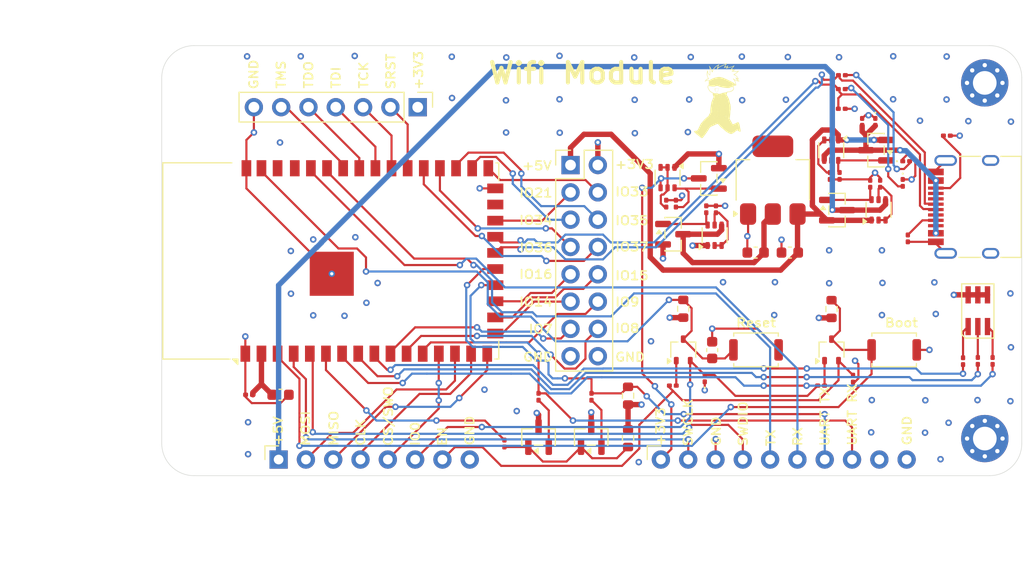
<source format=kicad_pcb>
(kicad_pcb (version 20241229) (generator "pcbnew") (generator_version "9.0")
  (layers (0 "F.Cu" signal) (4 "In1.Cu" signal) (6 "In2.Cu" signal) (2 "B.Cu" signal) (13 "F.Paste" user) (15 "B.Paste" user) (5 "F.SilkS" user "F.Silkscreen") (7 "B.SilkS" user "B.Silkscreen") (1 "F.Mask" user) (3 "B.Mask" user) (25 "Edge.Cuts" user))
  (net 0 "")
  (net 1 "ESP_EN")
  (net 2 "SWCLK")
  (net 3 "CLK")
  (net 4 "LPUART_RX")
  (net 5 "MISO")
  (net 6 "LPUART_TX")
  (net 7 "/ext_3v3")
  (net 8 "GND")
  (net 9 "TX")
  (net 10 "MOSI")
  (net 11 "/ext_5V")
  (net 13 "CS{slash}SWO")
  (net 14 "FLP_GPIO_0")
  (net 15 "SWDIO")
  (net 16 "RX")
  (net 17 "/LDO_3V3")
  (net 18 "+5V")
  (net 19 "/USB_5V")
  (net 20 "/EN")
  (net 21 "+3.3V")
  (net 22 "Net-(D1-RK)")
  (net 23 "+3V3")
  (net 24 "Net-(D1-GK)")
  (net 25 "Net-(D1-BK)")
  (net 26 "Net-(D3-A2)")
  (net 27 "Net-(D4-A2)")
  (net 28 "TDO")
  (net 29 "TMS")
  (net 30 "TDI")
  (net 31 "TCK")
  (net 32 "SRST")
  (net 33 "IO14")
  (net 34 "IO21")
  (net 35 "IO15")
  (net 36 "IO36")
  (net 37 "IO9")
  (net 38 "IO33")
  (net 39 "IO8")
  (net 40 "IO7")
  (net 41 "IO16")
  (net 42 "IO34")
  (net 43 "IO35")
  (net 44 "IO37")
  (net 46 "Net-(P1-CC)")
  (net 48 "Net-(P1-VCONN)")
  (net 49 "Net-(Q1-G)")
  (net 50 "/GPIO_0")
  (net 51 "Net-(Q2-G)")
  (net 52 "Net-(Q3-G)")
  (net 53 "Net-(Q3-S)")
  (net 54 "Net-(Q4-S)")
  (net 55 "Net-(Q5-G)")
  (net 56 "Net-(Q6A-C1)")
  (net 57 "Net-(Q6A-B1)")
  (net 58 "Net-(Q8A-B1)")
  (net 59 "Net-(Q9A-B1)")
  (net 60 "Net-(Q10-G)")
  (net 61 "Net-(Q11A-B1)")
  (net 62 "Net-(Q11A-C1)")
  (net 63 "BLUE")
  (net 64 "GREEN")
  (net 65 "RED")
  (net 66 "USB_D-")
  (net 67 "USB_D+")
  (net 68 "I2C_PULL_UP")
  (footprint "MountingHole:MountingHole_2.2mm_M2_Pad_Via" (layer "F.Cu") (at 216.553274 48.466726)
    (property "Reference" "REF**" (hide yes))
    (property "Value" "MountingHole_2.2mm_M2_Pad_Via" (hide yes))
  )
  (footprint "Resistor_SMD:R_0201_0603Metric" (layer "F.Cu") (at 203.265 47.75)
    (property "Reference" "R7" (hide yes))
    (property "Value" "20" (hide yes))
  )
  (footprint "Module:Flipper_Zero_Angled" (layer "F.Cu") (at 150.87 83.5)
    (property "Reference" "A1" (hide yes))
    (property "Value" "Flipper_Zero" (hide yes))
  )
  (footprint "Resistor_SMD:R_0201_0603Metric" (layer "F.Cu") (at 205.9 57.85 90)
    (property "Reference" "R25" (hide yes))
    (property "Value" "100k" (hide yes))
  )
  (footprint "Connector_USB:USB_C_Receptacle_HRO_TYPE-C-31-M-12" (layer "F.Cu") (at 216.05 60 90)
    (property "Reference" "P1" (hide yes))
    (property "Value" "USB_C_Plug" (hide yes))
  )
  (footprint "Diode_SMD:D_0201_0603Metric" (layer "F.Cu") (at 204.3025 75.975 90)
    (property "Reference" "D5" (hide yes))
    (property "Value" "D_TVS" (hide yes))
  )
  (footprint "Resistor_SMD:R_0201_0603Metric" (layer "F.Cu") (at 209.4 62.93 -90)
    (property "Reference" "R5" (hide yes))
    (property "Value" "5.1k" (hide yes))
  )
  (footprint "Capacitor_SMD:C_0201_0603Metric" (layer "F.Cu") (at 148.12 77.475 180)
    (property "Reference" "C5" (hide yes))
    (property "Value" "100nF" (hide yes))
  )
  (footprint "Resistor_SMD:R_0201_0603Metric" (layer "F.Cu") (at 175.05 77.6625 90)
    (property "Reference" "R17" (hide yes))
    (property "Value" "4.7k" (hide yes))
  )
  (footprint "Resistor_SMD:R_0201_0603Metric" (layer "F.Cu") (at 186.925 59.695 90)
    (property "Reference" "R20" (hide yes))
    (property "Value" "100k" (hide yes))
  )
  (footprint "MountingHole:MountingHole_2.2mm_M2_DIN965" (layer "F.Cu") (at 143.14 81.8)
    (property "Reference" "REF**" (hide yes))
    (property "Value" "MountingHole_2.2mm_M2_DIN965" (hide yes))
  )
  (footprint "Resistor_SMD:R_0201_0603Metric" (layer "F.Cu") (at 214.535 74.35 90)
    (property "Reference" "R4" (hide yes))
    (property "Value" "510" (hide yes))
  )
  (footprint "Package_TO_SOT_SMD:SOT-23" (layer "F.Cu") (at 190.8875 57.35 180)
    (property "Reference" "Q7" (hide yes))
    (property "Value" "Q_PMOS_GSD" (hide yes))
  )
  (footprint "Capacitor_SMD:C_0603_1608Metric" (layer "F.Cu") (at 195.245 64.25 180)
    (property "Reference" "C1" (hide yes))
    (property "Value" "22uF" (hide yes))
  )
  (footprint "Resistor_SMD:R_0201_0603Metric" (layer "F.Cu") (at 206.825 57.85 90)
    (property "Reference" "R24" (hide yes))
    (property "Value" "100k" (hide yes))
  )
  (footprint "Capacitor_SMD:C_0603_1608Metric" (layer "F.Cu") (at 151.05 77.475)
    (property "Reference" "C6" (hide yes))
    (property "Value" "22uF" (hide yes))
  )
  (footprint "Package_TO_SOT_SMD:SOT-323_SC-70" (layer "F.Cu") (at 202.3025 73.3 90)
    (property "Reference" "Q2" (hide yes))
    (property "Value" "Si1308EDL" (hide yes))
  )
  (footprint "Package_TO_SOT_SMD:SOT-23" (layer "F.Cu") (at 187.565 62.54)
    (property "Reference" "Q10" (hide yes))
    (property "Value" "Q_PMOS_GSD" (hide yes))
  )
  (footprint "Capacitor_SMD:C_0201_0603Metric" (layer "F.Cu") (at 205.15 52.09 90)
    (property "Reference" "C3" (hide yes))
    (property "Value" "100nf" (hide yes))
  )
  (footprint "Package_TO_SOT_SMD:SOT-363_SC-70-6" (layer "F.Cu") (at 191.4275 62.64 90)
    (property "Reference" "Q9" (hide yes))
    (property "Value" "Q_Dual_PNP_PNP_E1B1C2E2B2C1" (hide yes))
  )
  (footprint "Resistor_SMD:R_0201_0603Metric" (layer "F.Cu") (at 203.255 49.04)
    (property "Reference" "R8" (hide yes))
    (property "Value" "20" (hide yes))
  )
  (footprint "MountingHole:MountingHole_2.2mm_M2_Pad_Via" (layer "F.Cu") (at 216.56 81.55)
    (property "Reference" "REF**" (hide yes))
    (property "Value" "MountingHole_2.2mm_M2_Pad_Via" (hide yes))
  )
  (footprint "Package_TO_SOT_SMD:SOT-363_SC-70-6" (layer "F.Cu") (at 202.275 54.725 -90)
    (property "Reference" "Q8" (hide yes))
    (property "Value" "Q_Dual_PNP_PNP_E1B1C2E2B2C1" (hide yes))
  )
  (footprint "MountingHole:MountingHole_2.2mm_M2_DIN965" (layer "F.Cu") (at 143.18 48.17)
    (property "Reference" "REF**" (hide yes))
    (property "Value" "MountingHole_2.2mm_M2_DIN965" (hide yes))
  )
  (footprint "RF_Module:ESP32-S2-WROVER" (layer "F.Cu") (at 159.55 65.03 90)
    (property "Reference" "U1" (hide yes))
    (property "Value" "ESP32-S2-WROVER" (hide yes))
  )
  (footprint "Button_Switch_SMD:SW_Push_SPST_NO_Alps_SKRK" (layer "F.Cu") (at 208.1275 73.3)
    (property "Reference" "SW2" (hide yes))
    (property "Value" "SW_Push" (hide yes))
  )
  (footprint "Resistor_SMD:R_0603_1608Metric" (layer "F.Cu") (at 188.51 69.475 90)
    (property "Reference" "R10" (hide yes))
    (property "Value" "10k" (hide yes))
  )
  (footprint "Resistor_SMD:R_0201_0603Metric" (layer "F.Cu") (at 190.65 60.22 90)
    (property "Reference" "R23" (hide yes))
    (property "Value" "100k" (hide yes))
  )
  (footprint "Resistor_SMD:R_0603_1608Metric" (layer "F.Cu") (at 183.375 77.5625 90)
    (property "Reference" "R1" (hide yes))
    (property "Value" "10k" (hide yes))
  )
  (footprint "Resistor_SMD:R_0201_0603Metric" (layer "F.Cu") (at 191.55 60.225 90)
    (property "Reference" "R22" (hide yes))
    (property "Value" "100k" (hide yes))
  )
  (footprint "Connector_PinHeader_2.54mm:PinHeader_1x07_P2.54mm_Vertical" (layer "F.Cu") (at 163.81 50.725 -90)
    (property "Reference" "J1" (hide yes))
    (property "Value" "Conn_01x07" (hide yes))
  )
  (footprint "Resistor_SMD:R_0201_0603Metric" (layer "F.Cu") (at 179.975 77.6625 90)
    (property "Reference" "R16" (hide yes))
    (property "Value" "4.7k" (hide yes))
  )
  (footprint "Resistor_SMD:R_0201_0603Metric" (layer "F.Cu") (at 201.3325 76.625 180)
    (property "Reference" "R13" (hide yes))
    (property "Value" "150" (hide yes))
  )
  (footprint "Diode_SMD:D_0201_0603Metric" (layer "F.Cu") (at 190.51 75.95 90)
    (property "Reference" "D6" (hide yes))
    (property "Value" "D_TVS" (hide yes))
  )
  (footprint "Package_TO_SOT_SMD:SOT-23" (layer "F.Cu") (at 206.4375 54.725 180)
    (property "Reference" "Q5" (hide yes))
    (property "Value" "Q_PMOS_GSD" (hide yes))
  )
  (footprint "Resistor_SMD:R_0201_0603Metric" (layer "F.Cu") (at 187.825 59.695 90)
    (property "Reference" "R21" (hide yes))
    (property "Value" "100k" (hide yes))
  )
  (footprint "Resistor_SMD:R_0201_0603Metric" (layer "F.Cu") (at 215.91 74.325 90)
    (property "Reference" "R3" (hide yes))
    (property "Value" "150" (hide yes))
  )
  (footprint "Diode_SMD:D_0201_0603Metric" (layer "F.Cu") (at 206.375 52.09 -90)
    (property "Reference" "D2" (hide yes))
    (property "Value" "D_TVS" (hide yes))
  )
  (footprint "Resistor_SMD:R_0201_0603Metric" (layer "F.Cu") (at 171.875 82.0125 -90)
    (property "Reference" "R14" (hide yes))
    (property "Value" "150" (hide yes))
  )
  (footprint "Capacitor_SMD:C_0603_1608Metric" (layer "F.Cu") (at 191.2 73.32 90)
    (property "Reference" "C4" (hide yes))
    (property "Value" "1uF" (hide yes))
  )
  (footprint "Resistor_SMD:R_0201_0603Metric" (layer "F.Cu") (at 213.03 53.375)
    (property "Reference" "R6" (hide yes))
    (property "Value" "5.1k" (hide yes))
  )
  (footprint "Diode_SMD:D_0201_0603Metric" (layer "F.Cu") (at 209.245 55.75)
    (property "Reference" "D3" (hide yes))
    (property "Value" "D_TVS" (hide yes))
  )
  (footprint "LED_SMD:LED_Avago_PLCC6_3x2.8mm" (layer "F.Cu") (at 215.91 69.655 90)
    (property "Reference" "D1" (hide yes))
    (property "Value" "LED_RGB" (hide yes))
  )
  (footprint "Package_TO_SOT_SMD:SOT-363_SC-70-6" (layer "F.Cu") (at 187.05 57.275 -90)
    (property "Reference" "Q6" (hide yes))
    (property "Value" "Q_Dual_PNP_PNP_E1B1C2E2B2C1" (hide yes))
  )
  (footprint "Package_TO_SOT_SMD:SOT-23" (layer "F.Cu") (at 179.95 81.4 90)
    (property "Reference" "Q3" (hide yes))
    (property "Value" "Q_PMOS_GSD" (hide yes))
  )
  (footprint "Resistor_SMD:R_0201_0603Metric" (layer "F.Cu") (at 217.285 74.33 90)
    (property "Reference" "R2" (hide yes))
    (property "Value" "100" (hide yes))
  )
  (footprint "Package_TO_SOT_SMD:SOT-223" (layer "F.Cu") (at 196.84 57.515 90)
    (property "Reference" "U2" (hide yes))
    (property "Value" "AZ1117-3.3" (hide yes))
  )
  (footprint "Package_TO_SOT_SMD:SOT-363_SC-70-6" (layer "F.Cu") (at 206.675 60.275 90)
    (property "Reference" "Q11" (hide yes))
    (property "Value" "Q_Dual_PNP_PNP_E1B1C2E2B2C1" (hide yes))
  )
  (footprint "Diode_SMD:D_0201_0603Metric" (layer "F.Cu") (at 208.925 57.7675 -90)
    (property "Reference" "D4" (hide yes))
    (property "Value" "D_TVS" (hide yes))
  )
  (footprint "Package_TO_SOT_SMD:SOT-23" (layer "F.Cu") (at 202.8125 60.3)
    (property "Reference" "Q12" (hide yes))
    (property "Value" "Q_PMOS_GSD" (hide yes))
  )
  (footprint "Button_Switch_SMD:SW_Push_SPST_NO_Alps_SKRK" (layer "F.Cu") (at 195.2775 73.3)
    (property "Reference" "SW1" (hide yes))
    (property "Value" "SW_Push" (hide yes))
  )
  (footprint "Resistor_SMD:R_0201_0603Metric" (layer "F.Cu") (at 202.15 57.125 -90)
    (property "Reference" "R18" (hide yes))
    (property "Value" "100k" (hide yes))
  )
  (footprint "Resistor_SMD:R_0201_0603Metric" (layer "F.Cu") (at 203.05 57.12 -90)
    (property "Reference" "R19" (hide yes))
    (property "Value" "100k" (hide yes))
  )
  (footprint "Package_TO_SOT_SMD:SOT-23" (layer "F.Cu") (at 175.05 81.4 90)
    (property "Reference" "Q4" (hide yes))
    (property "Value" "Q_PMOS_GSD" (hide yes))
  )
  (footprint "Connector_PinHeader_2.54mm:PinHeader_2x08_P2.54mm_Vertical" (layer "F.Cu") (at 178.025 56.11)
    (property "Reference" "J2" (hide yes))
    (property "Value" "Conn_02x08_Odd_Even" (hide yes))
  )
  (footprint "Resistor_SMD:R_0603_1608Metric" (layer "F.Cu") (at 183.375 81.5125 90)
    (property "Reference" "R15" (hide yes))
    (property "Value" "10k" (hide yes))
  )
  (footprint "Resistor_SMD:R_0201_0603Metric" (layer "F.Cu") (at 187.54 76.625 180)
    (property "Reference" "R12" (hide yes))
    (property "Value" "150" (hide yes))
  )
  (footprint "Package_TO_SOT_SMD:SOT-323_SC-70" (layer "F.Cu") (at 188.51 73.3 90)
    (property "Reference" "Q1" (hide yes))
    (property "Value" "Si1308EDL" (hide yes))
  )
  (footprint "Capacitor_SMD:C_0603_1608Metric" (layer "F.Cu") (at 198.425 64.25 180)
    (property "Reference" "C2" (hide yes))
    (property "Value" "10uF" (hide yes))
  )
  (footprint "Resistor_SMD:R_0603_1608Metric" (layer "F.Cu") (at 202.3025 69.5 90)
    (property "Reference" "R11" (hide yes))
    (property "Value" "10k" (hide yes))
  )
  (footprint "Resistor_SMD:R_0201_0603Metric" (layer "F.Cu") (at 203.255 50.875 180)
    (property "Reference" "R9" (hide yes))
    (property "Value" "DNP" (hide yes))
  )
  (footprint "Graphics:larger baby gojo" (layer "F.Cu") (at 191.85 49.79)
    (property "Reference" "G***" (hide yes))
    (property "Value" "LOGO" (hide yes))
  )
  (gr_arc (start 217 45) (mid 219.12132 45.87868) (end 220 48) (stroke (width 0.05)) (layer "Edge.Cuts"))
  (gr_line (start 143 45) (end 217 45) (stroke (width 0.05)) (layer "Edge.Cuts"))
  (gr_arc (start 143 85) (mid 140.87868 84.12132) (end 140 82) (stroke (width 0.05)) (layer "Edge.Cuts"))
  (gr_line (start 140 82) (end 140 48) (stroke (width 0.05)) (layer "Edge.Cuts"))
  (gr_line (start 217 85) (end 143 85) (stroke (width 0.05)) (layer "Edge.Cuts"))
  (gr_arc (start 140 48) (mid 140.87868 45.87868) (end 143 45) (stroke (width 0.05)) (layer "Edge.Cuts"))
  (gr_line (start 220 48) (end 220 82) (stroke (width 0.05)) (layer "Edge.Cuts"))
  (gr_arc (start 220 82) (mid 219.12132 84.12132) (end 217 85) (stroke (width 0.05)) (layer "Edge.Cuts"))
  (gr_text "IO15" (at 182.09 66.865 0) (layer "F.SilkS") (effects (font (size 0.8 0.9) (thickness 0.15) (bold yes)) (justify left bottom)))
  (gr_text "IO8" (at 182.09 71.765 0) (layer "F.SilkS") (effects (font (size 0.8 0.9) (thickness 0.15) (bold yes)) (justify left bottom)))
  (gr_text "EN" (at 166.575 82.325 90) (layer "F.SilkS") (effects (font (size 0.8 0.9) (thickness 0.15) (bold yes)) (justify left bottom)))
  (gr_text "IO7" (at 176.465 71.84 0) (layer "F.SilkS") (effects (font (size 0.8 0.9) (thickness 0.15) (bold yes)) (justify right bottom)))
  (gr_text "SWDIO" (at 194.55 82.35 90) (layer "F.SilkS") (effects (font (size 0.8 0.9) (thickness 0.15) (bold yes)) (justify left bottom)))
  (gr_text "GND" (at 209.8 82.275 90) (layer "F.SilkS") (effects (font (size 0.8 0.9) (thickness 0.15) (bold yes)) (justify left bottom)))
  (gr_text "IO16" (at 176.44 66.74 0) (layer "F.SilkS") (effects (font (size 0.8 0.9) (thickness 0.15) (bold yes)) (justify right bottom)))
  (gr_text "SWCLK" (at 189.425 82.35 90) (layer "F.SilkS") (effects (font (size 0.8 0.9) (thickness 0.15) (bold yes)) (justify left bottom)))
  (gr_text "GND" (at 176.465 74.44 0) (layer "F.SilkS") (effects (font (size 0.8 0.9) (thickness 0.15) (bold yes)) (justify right bottom)))
  (gr_text "IO35" (at 182.09 61.74 0) (layer "F.SilkS") (effects (font (size 0.8 0.9) (thickness 0.15) (bold yes)) (justify left bottom)))
  (gr_text "MOSI" (at 153.85 82.325 90) (layer "F.SilkS") (effects (font (size 0.8 0.9) (thickness 0.15) (bold yes)) (justify left bottom)))
  (gr_text "TDI" (at 156.675 49.075 90) (layer "F.SilkS") (effects (font (size 0.8 0.9) (thickness 0.15) (bold yes)) (justify left bottom)))
  (gr_text "IO0" (at 164.05 82.325 90) (layer "F.SilkS") (effects (font (size 0.8 0.9) (thickness 0.15) (bold yes)) (justify left bottom)))
  (gr_text "+3V3" (at 186.875 82.35 90) (layer "F.SilkS") (effects (font (size 0.8 0.9) (thickness 0.15) (bold yes)) (justify left bottom)))
  (gr_text "GND" (at 192.05 82.35 90) (layer "F.SilkS") (effects (font (size 0.8 0.9) (thickness 0.15) (bold yes)) (justify left bottom)))
  (gr_text "TDO" (at 154.125 49.075 90) (layer "F.SilkS") (effects (font (size 0.8 0.9) (thickness 0.15) (bold yes)) (justify left bottom)))
  (gr_text "IO14" (at 176.44 69.315 0) (layer "F.SilkS") (effects (font (size 0.8 0.9) (thickness 0.15) (bold yes)) (justify right bottom)))
  (gr_text "TX" (at 197.125 82.35 90) (layer "F.SilkS") (effects (font (size 0.8 0.9) (thickness 0.15) (bold yes)) (justify left bottom)))
  (gr_text "Wifi Module" (at 170.2 48.675 0) (layer "F.SilkS") (effects (font (size 1.9 2) (thickness 0.38) (bold yes)) (justify left bottom)))
  (gr_text "UART TX" (at 202.15 82.35 90) (layer "F.SilkS") (effects (font (size 0.8 0.9) (thickness 0.15) (bold yes)) (justify left bottom)))
  (gr_text "Boot" (at 208.8 71.25 0) (layer "F.SilkS") (effects (font (size 0.8 0.9) (thickness 0.15) (bold yes)) (justify bottom)))
  (gr_text "UART RX" (at 204.7 82.3 90) (layer "F.SilkS") (effects (font (size 0.8 0.9) (thickness 0.15) (bold yes)) (justify left bottom)))
  (gr_text "Reset" (at 195.2775 71.25 0) (layer "F.SilkS") (effects (font (size 0.8 0.9) (thickness 0.15) (bold yes)) (justify bottom)))
  (gr_text "IO9" (at 182.09 69.315 0) (layer "F.SilkS") (effects (font (size 0.8 0.9) (thickness 0.15) (bold yes)) (justify left bottom)))
  (gr_text "TCK" (at 159.25 49.075 90) (layer "F.SilkS") (effects (font (size 0.8 0.9) (thickness 0.15) (bold yes)) (justify left bottom)))
  (gr_text "GND" (at 169.125 82.275 90) (layer "F.SilkS") (effects (font (size 0.8 0.9) (thickness 0.15) (bold yes)) (justify left bottom)))
  (gr_text "+5V" (at 151.3 82.325 90) (layer "F.SilkS") (effects (font (size 0.8 0.9) (thickness 0.15) (bold yes)) (justify left bottom)))
  (gr_text "IO36" (at 176.465 64.265 0) (layer "F.SilkS") (effects (font (size 0.8 0.9) (thickness 0.15) (bold yes)) (justify right bottom)))
  (gr_text "SRST" (at 161.775 49.15 90) (layer "F.SilkS") (effects (font (size 0.8 0.9) (thickness 0.15) (bold yes)) (justify left bottom)))
  (gr_text "IO33" (at 182.09 59.065 0) (layer "F.SilkS") (effects (font (size 0.8 0.9) (thickness 0.15) (bold yes)) (justify left bottom)))
  (gr_text "+5V" (at 176.365 56.64 0) (layer "F.SilkS") (effects (font (size 0.8 0.9) (thickness 0.15) (bold yes)) (justify right bottom)))
  (gr_text "+3V3" (at 182.065 56.515 0) (layer "F.SilkS") (effects (font (size 0.8 0.9) (thickness 0.15) (bold yes)) (justify left bottom)))
  (gr_text "TMS" (at 151.575 49.075 90) (layer "F.SilkS") (effects (font (size 0.8 0.9) (thickness 0.15) (bold yes)) (justify left bottom)))
  (gr_text "CS/SWO" (at 161.55 82.325 90) (layer "F.SilkS") (effects (font (size 0.8 0.9) (thickness 0.15) (bold yes)) (justify left bottom)))
  (gr_text "GND" (at 182.09 74.44 0) (layer "F.SilkS") (effects (font (size 0.8 0.9) (thickness 0.15) (bold yes)) (justify left bottom)))
  (gr_text "+3V3" (at 164.35 49.2 90) (layer "F.SilkS") (effects (font (size 0.8 0.9) (thickness 0.15) (bold yes)) (justify left bottom)))
  (gr_text "RX" (at 199.625 82.35 90) (layer "F.SilkS") (effects (font (size 0.8 0.9) (thickness 0.15) (bold yes)) (justify left bottom)))
  (gr_text "MISO" (at 156.475 82.325 90) (layer "F.SilkS") (effects (font (size 0.8 0.9) (thickness 0.15) (bold yes)) (justify left bottom)))
  (gr_text "GND" (at 149.025 49.15 90) (layer "F.SilkS") (effects (font (size 0.8 0.9) (thickness 0.15) (bold yes)) (justify left bottom)))
  (gr_text "IO34" (at 176.44 61.715 0) (layer "F.SilkS") (effects (font (size 0.8 0.9) (thickness 0.15) (bold yes)) (justify right bottom)))
  (gr_text "IO37" (at 182.09 64.19 0) (layer "F.SilkS") (effects (font (size 0.8 0.9) (thickness 0.15) (bold yes)) (justify left bottom)))
  (gr_text "IO21" (at 176.44 59.165 0) (layer "F.SilkS") (effects (font (size 0.8 0.9) (thickness 0.15) (bold yes)) (justify right bottom)))
  (gr_text "CLK" (at 158.975 82.325 90) (layer "F.SilkS") (effects (font (size 0.8 0.9) (thickness 0.15) (bold yes)) (justify left bottom)))
  (via (at 215.88 77.97) (size 0.6) (drill 0.3) (layers "F.Cu" "B.Cu") (net 0))
  (via (at 177 45.95) (size 0.6) (drill 0.3) (layers "F.Cu" "B.Cu") (net 0))
  (via (at 183.95 46.1) (size 0.6) (drill 0.3) (layers "F.Cu" "B.Cu") (net 0))
  (via (at 211.03 77.99) (size 0.6) (drill 0.3) (layers "F.Cu" "B.Cu") (net 0))
  (via (at 218.99 52.07) (size 0.6) (drill 0.3) (layers "F.Cu" "B.Cu") (net 0))
  (via (at 170.02 77) (size 0.6) (drill 0.3) (layers "F.Cu" "B.Cu") (net 0))
  (via (at 213.19 80.08) (size 0.6) (drill 0.3) (layers "F.Cu" "B.Cu") (net 0))
  (via (at 157 70.13) (size 0.6) (drill 0.3) (layers "F.Cu" "B.Cu") (net 0))
  (via (at 160.08 67.08) (size 0.6) (drill 0.3) (layers "F.Cu" "B.Cu") (net 0))
  (via (at 189.21 46.06) (size 0.6) (drill 0.3) (layers "F.Cu" "B.Cu") (net 0))
  (via (at 198.24 46.06) (size 0.6) (drill 0.3) (layers "F.Cu" "B.Cu") (net 0))
  (via (at 212.44 83.47) (size 0.6) (drill 0.3) (layers "F.Cu" "B.Cu") (net 0))
  (via (at 193.96 46.02) (size 0.6) (drill 0.3) (layers "F.Cu" "B.Cu") (net 0))
  (via (at 213.01 46.01) (size 0.6) (drill 0.3) (layers "F.Cu" "B.Cu") (net 0))
  (via (at 148.03 80.03) (size 0.6) (drill 0.3) (layers "F.Cu" "B.Cu") (net 0))
  (via (at 151 54.01) (size 0.6) (drill 0.3) (layers "F.Cu" "B.Cu") (net 0))
  (via (at 148.03 83) (size 0.6) (drill 0.3) (layers "F.Cu" "B.Cu") (net 0))
  (via (at 158.01 62.82) (size 0.6) (drill 0.3) (layers "F.Cu" "B.Cu") (net 0))
  (via (at 177.02 53.1) (size 0.6) (drill 0.3) (layers "F.Cu" "B.Cu") (net 0))
  (via (at 184.37 83.74) (size 0.6) (drill 0.3) (layers "F.Cu" "B.Cu") (net 0))
  (via (at 207.04 67.07) (size 0.6) (drill 0.3) (layers "F.Cu" "B.Cu") (net 0))
  (via (at 210.53 51.98) (size 0.6) (drill 0.3) (layers "F.Cu" "B.Cu") (net 0))
  (via (at 152.01 64.1) (size 0.6) (drill 0.3) (layers "F.Cu" "B.Cu") (net 0))
  (via (at 205.99 80.97) (size 0.6) (drill 0.3) (layers "F.Cu" "B.Cu") (net 0))
  (via (at 154.09 63.03) (size 0.6) (drill 0.3) (layers "F.Cu" "B.Cu") (net 0))
  (via (at 218.94 78.07) (size 0.6) (drill 0.3) (layers "F.Cu" "B.Cu") (net 0))
  (via (at 188.94 53.04) (size 0.6) (drill 0.3) (layers "F.Cu" "B.Cu") (net 0))
  (via (at 183.99 50.04) (size 0.6) (drill 0.3) (layers "F.Cu" "B.Cu") (net 0))
  (via (at 192.21 67) (size 0.6) (drill 0.3) (layers "F.Cu" "B.Cu") (net 0))
  (via (at 211.87 67.02) (size 0.6) (drill 0.3) (layers "F.Cu" "B.Cu") (net 0))
  (via (at 212 69.96) (size 0.6) (drill 0.3) (layers "F.Cu" "B.Cu") (net 0))
  (via (at 203 46.08) (size 0.6) (drill 0.3) (layers "F.Cu" "B.Cu") (net 0))
  (via (at 215.03 52.02) (size 0.6) (drill 0.3) (layers "F.Cu" "B.Cu") (net 0))
  (via (at 213 50.01) (size 0.6) (drill 0.3) (layers "F.Cu" "B.Cu") (net 0))
  (via (at 159.04 68.92) (size 0.6) (drill 0.3) (layers "F.Cu" "B.Cu") (net 0))
  (via (at 218.94 68.05) (size 0.6) (drill 0.3) (layers "F.Cu" "B.Cu") (net 0))
  (via (at 206.99 64.04) (size 0.6) (drill 0.3) (layers "F.Cu" "B.Cu") (net 0))
  (via (at 167 49.87) (size 0.6) (drill 0.3) (layers "F.Cu" "B.Cu") (net 0))
  (via (at 173.02 78.99) (size 0.6) (drill 0.3) (layers "F.Cu" "B.Cu") (net 0))
  (via (at 184.01 53.14) (size 0.6) (drill 0.3) (layers "F.Cu" "B.Cu") (net 0))
  (via (at 198.06 50.03) (size 0.6) (drill 0.3) (layers "F.Cu" "B.Cu") (net 0))
  (via (at 172.03 53.08) (size 0.6) (drill 0.3) (layers "F.Cu" "B.Cu") (net 0))
  (via (at 218.99 73.06) (size 0.6) (drill 0.3) (layers "F.Cu" "B.Cu") (net 0))
  (via (at 202.08 64.04) (size 0.6) (drill 0.3) (layers "F.Cu" "B.Cu") (net 0))
  (via (at 208.04 45.99) (size 0.6) (drill 0.3) (layers "F.Cu" "B.Cu") (net 0))
  (via (at 172.05 46.1) (size 0.6) (drill 0.3) (layers "F.Cu" "B.Cu") (net 0))
  (via (at 157.95 45.96) (size 0.6) (drill 0.3) (layers "F.Cu" "B.Cu") (net 0))
  (via (at 154.09 70.09) (size 0.6) (drill 0.3) (layers "F.Cu" "B.Cu") (net 0))
  (via (at 147.94 46) (size 0.6) (drill 0.3) (layers "F.Cu" "B.Cu") (net 0))
  (via (at 189.06 50.01) (size 0.6) (drill 0.3) (layers "F.Cu" "B.Cu") (net 0))
  (via (at 197.04 67) (size 0.6) (drill 0.3) (layers "F.Cu" "B.Cu") (net 0))
  (via (at 202.08 67.1) (size 0.6) (drill 0.3) (layers "F.Cu" "B.Cu") (net 0))
  (via (at 172.02 50.09) (size 0.6) (drill 0.3) (layers "F.Cu" "B.Cu") (net 0))
  (via (at 152.02 68.07) (size 0.6) (drill 0.3) (layers "F.Cu" "B.Cu") (net 0))
  (via (at 185.51 72.5) (size 0.6) (drill 0.3) (layers "F.Cu" "B.Cu") (net 0))
  (via (at 166.98 46.03) (size 0.6) (drill 0.3) (layers "F.Cu" "B.Cu") (net 0))
  (via (at 206.05 77.97) (size 0.6) (drill 0.3) (layers "F.Cu" "B.Cu") (net 0))
  (via (at 208.03 49.99) (size 0.6) (drill 0.3) (layers "F.Cu" "B.Cu") (net 0))
  (via (at 211 81) (size 0.6) (drill 0.3) (layers "F.Cu" "B.Cu") (net 0))
  (via (at 196.97 70.06) (size 0.6) (drill 0.3) (layers "F.Cu" "B.Cu") (net 0))
  (via (at 193.99 50.07) (size 0.6) (drill 0.3) (layers "F.Cu" "B.Cu") (net 0))
  (via (at 177 49.99) (size 0.6) (drill 0.3) (layers "F.Cu" "B.Cu") (net 0))
  (via (at 152.93 45.99) (size 0.6) (drill 0.3) (layers "F.Cu" "B.Cu") (net 0))
  (via (at 206.99 70.06) (size 0.6) (drill 0.3) (layers "F.Cu" "B.Cu") (net 0))
  (segment (start 182.812564 84.089) (end 184.425 82.476564) (width 0.2) (layer "F.Cu") (net 1))
  (segment (start 184.425 80.26213) (end 187.56113 77.126) (width 0.2) (layer "F.Cu") (net 1))
  (segment (start 201.09737 77.98) (end 202.9525 76.12487) (width 0.2) (layer "F.Cu") (net 1))
  (segment (start 184.425 82.476564) (end 184.425 80.26213) (width 0.2) (layer "F.Cu") (net 1))
  (segment (start 187.56113 77.126) (end 188.41513 77.98) (width 0.2) (layer "F.Cu") (net 1))
  (segment (start 167.261 82.349) (end 169.835 82.349) (width 0.2) (layer "F.Cu") (net 1))
  (segment (start 169.835 82.349) (end 171.575 84.089) (width 0.2) (layer "F.Cu") (net 1))
  (segment (start 188.41513 77.98) (end 201.09737 77.98) (width 0.2) (layer "F.Cu") (net 1))
  (segment (start 202.9525 74.3) (end 202.9525 74.305) (width 0.2) (layer "F.Cu") (net 1))
  (segment (start 202.9525 76.12487) (end 202.9525 74.3) (width 0.2) (layer "F.Cu") (net 1))
  (segment (start 166.11 83.5) (end 167.261 82.349) (width 0.2) (layer "F.Cu") (net 1))
  (segment (start 202.9525 74.305) (end 204.3025 75.655) (width 0.2) (layer "F.Cu") (net 1))
  (segment (start 187.22 76.625) (end 187.22 76.78487) (width 0.2) (layer "F.Cu") (net 1))
  (segment (start 171.575 84.089) (end 182.812564 84.089) (width 0.2) (layer "F.Cu") (net 1))
  (segment (start 187.22 76.78487) (end 187.56113 77.126) (width 0.2) (layer "F.Cu") (net 1))
  (segment (start 188.975 83.495) (end 188.97 83.5) (width 0.2) (layer "F.Cu") (net 2))
  (segment (start 153.41 76.0229) (end 153.41 81.436645) (width 0.2) (layer "F.Cu") (net 2))
  (segment (start 152.275 74.8879) (end 153.41 76.0229) (width 0.2) (layer "F.Cu") (net 2))
  (segment (start 152.275 73.655) (end 152.275 74.8879) (width 0.2) (layer "F.Cu") (net 2))
  (segment (start 188.975 81.625151) (end 188.975 83.495) (width 0.2) (layer "F.Cu") (net 2))
  (via (at 188.975 81.625151) (size 0.6) (drill 0.3) (layers "F.Cu" "B.Cu") (net 2))
  (via (at 153.41 81.436645) (size 0.6) (drill 0.3) (layers "F.Cu" "B.Cu") (net 2))
  (segment (start 153.598506 81.625151) (end 188.975 81.625151) (width 0.2) (layer "B.Cu") (net 2))
  (segment (start 153.41 81.436645) (end 153.598506 81.625151) (width 0.2) (layer "B.Cu") (net 2))
  (segment (start 166.833628 77.396372) (end 168.775 75.455) (width 0.2) (layer "F.Cu") (net 3))
  (segment (start 163.973628 77.396372) (end 166.833628 77.396372) (width 0.2) (layer "F.Cu") (net 3))
  (segment (start 158.49 82.88) (end 163.973628 77.396372) (width 0.2) (layer "F.Cu") (net 3))
  (segment (start 158.49 83.5) (end 158.49 82.88) (width 0.2) (layer "F.Cu") (net 3))
  (segment (start 168.775 75.455) (end 168.775 73.655) (width 0.2) (layer "F.Cu") (net 3))
  (segment (start 203.585 79.875) (end 204.21 80.5) (width 0.2) (layer "F.Cu") (net 4))
  (segment (start 175.5975 77.3425) (end 175.7175 77.3425) (width 0.2) (layer "F.Cu") (net 4))
  (segment (start 171.025 67.28) (end 169.73 67.28) (width 0.2) (layer "F.Cu") (net 4))
  (segment (start 175.05 73.65) (end 175.05 77.3425) (width 0.2) (layer "F.Cu") (net 4))
  (segment (start 175.05 77.3425) (end 175.5975 77.3425) (width 0.2) (layer "F.Cu") (net 4))
  (segment (start 204.21 80.5) (end 204.21 83.5) (width 0.2) (layer "F.Cu") (net 4))
  (segment (start 175.7175 77.3425) (end 178.25 79.875) (width 0.2) (layer "F.Cu") (net 4))
  (segment (start 188 79.875) (end 203.585 79.875) (width 0.2) (layer "F.Cu") (net 4))
  (segment (start 169.73 67.28) (end 169.725 67.275) (width 0.2) (layer "F.Cu") (net 4))
  (via (at 188 79.875) (size 0.6) (drill 0.3) (layers "F.Cu" "B.Cu") (net 4))
  (via (at 175.05 73.65) (size 0.6) (drill 0.3) (layers "F.Cu" "B.Cu") (net 4))
  (via (at 178.25 79.875) (size 0.6) (drill 0.3) (layers "F.Cu" "B.Cu") (net 4))
  (via (at 169.725 67.275) (size 0.6) (drill 0.3) (layers "F.Cu" "B.Cu") (net 4))
  (segment (start 188.00147 79.875) (end 188 79.875) (width 0.2) (layer "B.Cu") (net 4))
  (segment (start 172.045 72.605) (end 174.005 72.605) (width 0.2) (layer "B.Cu") (net 4))
  (segment (start 168.724 68.276) (end 168.724 72.252943) (width 0.2) (layer "B.Cu") (net 4))
  (segment (start 168.724 72.252943) (end 169.076057 72.605) (width 0.2) (layer "B.Cu") (net 4))
  (segment (start 169.725 67.275) (end 168.724 68.276) (width 0.2) (layer "B.Cu") (net 4))
  (segment (start 174.005 72.605) (end 175.05 73.65) (width 0.2) (layer "B.Cu") (net 4))
  (segment (start 178.25 79.875) (end 188.00147 79.875) (width 0.2) (layer "B.Cu") (net 4))
  (segment (start 169.076057 72.605) (end 172.045 72.605) (width 0.2) (layer "B.Cu") (net 4))
  (segment (start 161.74 78.597372) (end 160.852628 78.597372) (width 0.2) (layer "F.Cu") (net 5))
  (segment (start 170.275 75.175) (end 170.275 73.655) (width 0.2) (layer "F.Cu") (net 5))
  (segment (start 167.675 77.775) (end 170.275 75.175) (width 0.2) (layer "F.Cu") (net 5))
  (segment (start 160.852628 78.597372) (end 155.95 83.5) (width 0.2) (layer "F.Cu") (net 5))
  (via (at 161.74 78.597372) (size 0.6) (drill 0.3) (layers "F.Cu" "B.Cu") (net 5))
  (via (at 167.675 77.775) (size 0.6) (drill 0.3) (layers "F.Cu" "B.Cu") (net 5))
  (segment (start 166.852628 78.597372) (end 161.74 78.597372) (width 0.2) (layer "B.Cu") (net 5))
  (segment (start 167.675 77.775) (end 166.852628 78.597372) (width 0.2) (layer "B.Cu") (net 5))
  (segment (start 184.234017 76.7375) (end 183.375 76.7375) (width 0.2) (layer "F.Cu") (net 6))
  (segment (start 179.975 77.3425) (end 182.77 77.3425) (width 0.2) (layer "F.Cu") (net 6))
  (segment (start 179.9 75.95) (end 179.975 76.025) (width 0.2) (layer "F.Cu") (net 6))
  (segment (start 179.975 76.025) (end 179.975 77.3425) (width 0.2) (layer "F.Cu") (net 6))
  (segment (start 182.77 77.3425) (end 183.375 76.7375) (width 0.2) (layer "F.Cu") (net 6))
  (segment (start 169.895 65.78) (end 168.4 67.275) (width 0.2) (layer "F.Cu") (net 6))
  (segment (start 177.5 75.95) (end 179.9 75.95) (width 0.2) (layer "F.Cu") (net 6))
  (segment (start 188.55 79.275) (end 201.66 79.275) (width 0.2) (layer "F.Cu") (net 6))
  (segment (start 185.110759 77.614241) (end 184.234017 76.7375) (width 0.2) (layer "F.Cu") (net 6))
  (segment (start 171.025 65.78) (end 169.895 65.78) (width 0.2) (layer "F.Cu") (net 6))
  (via (at 188.55 79.275) (size 0.6) (drill 0.3) (layers "F.Cu" "B.Cu") (net 6))
  (via (at 201.66 79.275) (size 0.6) (drill 0.3) (layers "F.Cu" "B.Cu") (net 6))
  (via (at 177.5 75.95) (size 0.6) (drill 0.3) (layers "F.Cu" "B.Cu") (net 6))
  (via (at 185.110759 77.614241) (size 0.6) (drill 0.3) (layers "F.Cu" "B.Cu") (net 6))
  (via (at 168.4 67.275) (size 0.6) (drill 0.3) (layers "F.Cu" "B.Cu") (net 6))
  (segment (start 186.771518 79.275) (end 188.55 79.275) (width 0.2) (layer "B.Cu") (net 6))
  (segment (start 174.587529 74.037472) (end 174.850057 74.3) (width 0.2) (layer "B.Cu") (net 6))
  (segment (start 175.975 75.575) (end 176.35 75.95) (width 0.2) (layer "B.Cu") (net 6))
  (segment (start 173.575057 73.025) (end 174.587529 74.037472) (width 0.2) (layer "B.Cu") (net 6))
  (segment (start 175.775 74.3) (end 175.975 74.5) (width 0.2) (layer "B.Cu") (net 6))
  (segment (start 168.323 72.419043) (end 168.928957 73.025) (width 0.2) (layer "B.Cu") (net 6))
  (segment (start 185.110759 77.614241) (end 186.771518 79.275) (width 0.2) (layer "B.Cu") (net 6))
  (segment (start 174.850057 74.3) (end 175.775 74.3) (width 0.2) (layer "B.Cu") (net 6))
  (segment (start 175.975 74.5) (end 175.975 75.575) (width 0.2) (layer "B.Cu") (net 6))
  (segment (start 176.825 75.95) (end 177.5 75.95) (width 0.2) (layer "B.Cu") (net 6))
  (segment (start 168.4 67.275) (end 168.323 67.352) (width 0.2) (layer "B.Cu") (net 6))
  (segment (start 201.66 79.275) (end 201.67 79.285) (width 0.2) (layer "B.Cu") (net 6))
  (segment (start 168.928957 73.025) (end 171.725 73.025) (width 0.2) (layer "B.Cu") (net 6))
  (segment (start 201.67 79.285) (end 201.67 83.5) (width 0.2) (layer "B.Cu") (net 6))
  (segment (start 176.35 75.95) (end 176.825 75.95) (width 0.2) (layer "B.Cu") (net 6))
  (segment (start 168.323 67.352) (end 168.323 72.419043) (width 0.2) (layer "B.Cu") (net 6))
  (segment (start 171.725 73.025) (end 173.575057 73.025) (width 0.2) (layer "B.Cu") (net 6))
  (segment (start 186.4 57.4) (end 186.4 58.225) (width 0.2) (layer "F.Cu") (net 7))
  (segment (start 186.43 83.5) (end 187.4 82.53) (width 0.2) (layer "F.Cu") (net 7))
  (segment (start 186.45 57.35) (end 186.4 57.4) (width 0.2) (layer "F.Cu") (net 7))
  (segment (start 185.875 76.675) (end 184.689 75.489) (width 0.2) (layer "F.Cu") (net 7))
  (segment (start 188.575 57.35) (end 189.95 57.35) (width 0.2) (layer "F.Cu") (net 7))
  (segment (start 184.689 75.489) (end 184.689 58.225) (width 0.2) (layer "F.Cu") (net 7))
  (segment (start 187.4 82.53) (end 187.4 78.375) (width 0.2) (layer "F.Cu") (net 7))
  (via (at 185.875 76.675) (size 0.6) (drill 0.3) (layers "F.Cu" "B.Cu") (net 7))
  (via (at 186.45 57.35) (size 0.6) (drill 0.3) (layers "F.Cu" "B.Cu") (net 7))
  (via (at 187.4 78.375) (size 0.6) (drill 0.3) (layers "F.Cu" "B.Cu") (net 7))
  (via (at 184.689 58.225) (size 0.6) (drill 0.3) (layers "F.Cu" "B.Cu") (net 7))
  (via (at 188.575 57.35) (size 0.6) (drill 0.3) (layers "F.Cu" "B.Cu") (net 7))
  (segment (start 185.575 58.225) (end 186.45 57.35) (width 0.2) (layer "B.Cu") (net 7))
  (segment (start 187.4 78.375) (end 185.875 76.85) (width 0.2) (layer "B.Cu") (net 7))
  (segment (start 186.45 57.35) (end 188.575 57.35) (width 0.2) (layer "B.Cu") (net 7))
  (segment (start 185.875 76.85) (end 185.875 76.675) (width 0.2) (layer "B.Cu") (net 7))
  (segment (start 184.689 58.225) (end 185.575 58.225) (width 0.2) (layer "B.Cu") (net 7))
  (segment (start 206.03134 51.475) (end 206.32634 51.77) (width 0.2) (layer "F.Cu") (net 8))
  (segment (start 194.54 62.66) (end 194.475 62.725) (width 0.2) (layer "F.Cu") (net 8))
  (segment (start 190.65 59.9) (end 191.545 59.9) (width 0.2) (layer "F.Cu") (net 8))
  (segment (start 191.52 81.6) (end 191.52 83.49) (width 0.2) (layer "F.Cu") (net 8))
  (segment (start 192.395 59.905) (end 192.4 59.9) (width 0.2) (layer "F.Cu") (net 8))
  (segment (start 205.155 51.77) (end 205.15 51.77) (width 0.2) (layer "F.Cu") (net 8))
  (segment (start 212.005 56.595) (end 212.92 55.68) (width 0.2) (layer "F.Cu") (net 8))
  (segment (start 203.045 57.445) (end 203.05 57.44) (width 0.2) (layer "F.Cu") (net 8))
  (segment (start 195.4025 71.325) (end 191.2 71.325) (width 0.2) (layer "F.Cu") (net 8))
  (segment (start 210.2275 73.3) (end 211.41 73.3) (width 0.2) (layer "F.Cu") (net 8))
  (segment (start 212.005 56.75) (end 212.005 56.595) (width 0.2) (layer "F.Cu") (net 8))
  (segment (start 191.545 59.9) (end 191.55 59.905) (width 0.2) (layer "F.Cu") (net 8))
  (segment (start 147.875 58.28) (end 155.815 66.22) (width 0.2) (layer "F.Cu") (net 8))
  (segment (start 194.47 64.25) (end 194.47 62.73) (width 0.2) (layer "F.Cu") (net 8))
  (segment (start 209.4 63.25) (end 212.005 63.25) (width 0.2) (layer "F.Cu") (net 8))
  (segment (start 203.05 57.44) (end 205.81 57.44) (width 0.2) (layer "F.Cu") (net 8))
  (segment (start 205.81 57.44) (end 205.9 57.53) (width 0.2) (layer "F.Cu") (net 8))
  (segment (start 147.875 56.405) (end 147.875 53.775) (width 0.2) (layer "F.Cu") (net 8))
  (segment (start 206.32634 51.77) (end 206.375 51.77) (width 0.2) (layer "F.Cu") (net 8))
  (segment (start 204.46237 76.295) (end 204.8035 75.95387) (width 0.2) (layer "F.Cu") (net 8))
  (segment (start 205.45 51.475) (end 205.155 51.77) (width 0.2) (layer "F.Cu") (net 8))
  (segment (start 171.025 58.28) (end 169.58 58.28) (width 0.2) (layer "F.Cu") (net 8))
  (segment (start 209.400001 55.075) (end 209.68987 55.075) (width 0.2) (layer "F.Cu") (net 8))
  (segment (start 197.65 64.25) (end 197.65 63.05) (width 0.2) (layer "F.Cu") (net 8))
  (segment (start 204.3025 76.295) (end 204.46237 76.295) (width 0.2) (layer "F.Cu") (net 8))
  (segment (start 205.9 57.275) (end 206.35 56.825) (width 0.2) (layer "F.Cu") (net 8))
  (segment (start 208.925 55.75) (end 208.925 55.550001) (width 0.2) (layer "F.Cu") (net 8))
  (segment (start 206.825 57.3) (end 206.35 56.825) (width 0.2) (layer "F.Cu") (net 8))
  (segment (start 148.376001 78.251) (end 147.8 77.674999) (width 0.2) (layer "F.Cu") (net 8))
  (segment (start 190.51 77.05) (end 190.51 76.27) (width 0.2) (layer "F.Cu") (net 8))
  (segment (start 209.68987 55.075) (end 210.096 55.48113) (width 0.2) (layer "F.Cu") (net 8))
  (segment (start 147.775 73.655) (end 147.775 72.05) (width 0.2) (layer "F.Cu") (net 8))
  (segment (start 169.58 58.28) (end 169.575 58.275) (width 0.2) (layer "F.Cu") (net 8))
  (segment (start 213.35 53.375) (end 214.225 53.375) (width 0.2) (layer "F.Cu") (net 8))
  (segment (start 147.875 53.775) (end 148.575 53.075) (width 0.2) (layer "F.Cu") (net 8))
  (segment (start 208.925 57.4475) (end 209.7475 57.4475) (width 0.2) (layer "F.Cu") (net 8))
  (segment (start 147.8 77.674999) (end 147.8 77.475) (width 0.2) (layer "F.Cu") (net 8))
  (segment (start 210.096 57.104) (end 209.75 57.45) (width 0.2) (layer "F.Cu") (net 8))
  (segment (start 210.096 55.48113) (end 210.096 57.104) (width 0.2) (layer "F.Cu") (net 8))
  (segment (start 191.2 72.545) (end 191.2 71.325) (width 0.2) (layer "F.Cu") (net 8))
  (segment (start 147.775 77.45) (end 147.8 77.475) (width 0.2) (layer "F.Cu") (net 8))
  (segment (start 148.57 53.07) (end 148.575 53.075) (width 0.2) (layer "F.Cu") (net 8))
  (segment (start 151.825 77.475) (end 151.049 78.251) (width 0.2) (layer "F.Cu") (net 8))
  (segment (start 212.005 63.25) (end 212.005 63.405) (width 0.2) (layer "F.Cu") (net 8))
  (segment (start 194.47 62.73) (end 194.475 62.725) (width 0.2) (layer "F.Cu") (net 8))
  (segment (start 209.7475 57.4475) (end 209.75 57.45) (width 0.2) (layer "F.Cu") (net 8))
  (segment (start 188.401 58.95) (end 188.401 59.274) (width 0.2) (layer "F.Cu") (net 8))
  (segment (start 206.825 57.53) (end 206.825 57.3) (width 0.2) (layer "F.Cu") (net 8))
  (segment (start 188.401 59.274) (end 188.3 59.375) (width 0.2) (layer "F.Cu") (net 8))
  (segment (start 186.925 59.375) (end 187.825 59.375) (width 0.2) (layer "F.Cu") (net 8))
  (segment (start 147.775 73.655) (end 147.775 77.45) (width 0.2) (layer "F.Cu") (net 8))
  (segment (start 208.925 55.550001) (end 209.400001 55.075) (width 0.2) (layer "F.Cu") (net 8))
  (segment (start 191.55 59.905) (end 192.395 59.905) (width 0.2) (layer "F.Cu") (net 8))
  (segment (start 147.875 56.405) (end 147.875 58.28) (width 0.2) (layer "F.Cu") (net 8))
  (segment (start 188.3 59.375) (end 187.825 59.375) (width 0.2) (layer "F.Cu") (net 8))
  (segment (start 197.3775 73.3) (end 195.4025 71.325) (width 0.2) (layer "F.Cu") (net 8))
  (segment (start 148.57 50.725) (end 148.57 53.07) (width 0.2) (layer "F.Cu") (net 8))
  (segment (start 205.74067 51.475) (end 206.03134 51.475) (width 0.2) (layer "F.Cu") (net 8))
  (segment (start 212.005 63.405) (end 212.92 64.32) (width 0.2) (layer "F.Cu") (net 8))
  (segment (start 194.54 60.665) (end 194.54 62.66) (width 0.2) (layer "F.Cu") (net 8))
  (segment (start 204.8035 74.6235) (end 204.49 74.31) (width 0.2) (layer "F.Cu") (net 8))
  (segment (start 205.74067 51.475) (end 205.45 51.475) (width 0.2) (layer "F.Cu") (net 8))
  (segment (start 205.9 57.53) (end 205.9 57.275) (width 0.2) (layer "F.Cu") (net 8))
  (segment (start 202.15 57.445) (end 203.045 57.445) (width 0.2) (layer "F.Cu") (net 8))
  (segment (start 191.52 83.49) (end 191.51 83.5) (width 0.2) (layer "F.Cu") (net 8))
  (segment (start 151.049 78.251) (end 148.376001 78.251) (width 0.2) (layer "F.Cu") (net 8))
  (segment (start 204.8035 75.95387) (end 204.8035 74.6235) (width 0.2) (layer "F.Cu") (net 8))
  (via (at 209.75 57.45) (size 0.6) (drill 0.3) (layers "F.Cu" "B.Cu") (net 8))
  (via (at 204.49 74.31) (size 0.6) (drill 0.3) (layers "F.Cu" "B.Cu") (net 8))
  (via (at 197.65 63.05) (size 0.6) (drill 0.3) (layers "F.Cu" "B.Cu") (net 8))
  (via (at 147.775 72.05) (size 0.6) (drill 0.3) (layers "F.Cu" "B.Cu") (net 8))
  (via (at 206.35 56.825) (size 0.6) (drill 0.3) (layers "F.Cu" "B.Cu") (net 8))
  (via (at 214.225 53.375) (size 0.6) (drill 0.3) (layers "F.Cu" "B.Cu") (net 8))
  (via (at 148.575 53.075) (size 0.6) (drill 0.3) (layers "F.Cu" "B.Cu") (net 8))
  (via (at 190.51 77.05) (size 0.6) (drill 0.3) (layers "F.Cu" "B.Cu") (net 8))
  (via (at 194.475 62.725) (size 0.6) (drill 0.3) (layers "F.Cu" "B.Cu") (net 8))
  (via (at 192.4 59.9) (size 0.6) (drill 0.3) (layers "F.Cu" "B.Cu") (net 8))
  (via (at 155.815 66.22) (size 0.6) (drill 0.3) (layers "F.Cu" "B.Cu") (net 8))
  (via (at 188.401 58.95) (size 0.6) (drill 0.3) (layers "F.Cu" "B.Cu") (net 8))
  (via (at 211.41 73.3) (size 0.6) (drill 0.3) (layers "F.Cu" "B.Cu") (net 8))
  (via (at 205.74067 51.475) (size 0.6) (drill 0.3) (layers "F.Cu" "B.Cu") (net 8))
  (via (at 191.52 81.6) (size 0.6) (drill 0.3) (layers "F.Cu" "B.Cu") (net 8))
  (via (at 191.2 71.325) (size 0.6) (drill 0.3) (layers "F.Cu" "B.Cu") (net 8))
  (via (at 169.575 58.275) (size 0.6) (drill 0.3) (layers "F.Cu" "B.Cu") (net 8))
  (segment (start 163.48 64.81) (end 155.375 56.705) (width 0.2) (layer "F.Cu") (net 9))
  (segment (start 168.4 64.81) (end 163.48 64.81) (width 0.2) (layer "F.Cu") (net 9))
  (segment (start 169 65.41) (end 168.4 64.81) (width 0.2) (layer "F.Cu") (net 9))
  (segment (start 155.375 56.705) (end 155.375 56.405) (width 0.2) (layer "F.Cu") (net 9))
  (via (at 169 65.41) (size 0.6) (drill 0.3) (layers "F.Cu" "B.Cu") (net 9))
  (segment (start 181.8 70.18) (end 183.931 68.049) (width 0.2) (layer "B.Cu") (net 9))
  (segment (start 174.4851 69.798) (end 174.8671 70.18) (width 0.2) (layer "B.Cu") (net 9))
  (segment (start 183.931 68.049) (end 191.549 68.049) (width 0.2) (layer "B.Cu") (net 9))
  (segment (start 191.549 68.049) (end 196.59 73.09) (width 0.2) (layer "B.Cu") (net 9))
  (segment (start 171.6451 69.798) (end 174.4851 69.798) (width 0.2) (layer "B.Cu") (net 9))
  (segment (start 170.727 66.859957) (end 170.727 68.8799) (width 0.2) (layer "B.Cu") (net 9))
  (segment (start 170.727 68.8799) (end 171.6451 69.798) (width 0.2) (layer "B.Cu") (net 9))
  (segment (start 169.277043 65.41) (end 170.727 66.859957) (width 0.2) (layer "B.Cu") (net 9))
  (segment (start 196.59 73.09) (end 196.59 83.5) (width 0.2) (layer "B.Cu") (net 9))
  (segment (start 174.8671 70.18) (end 181.8 70.18) (width 0.2) (layer "B.Cu") (net 9))
  (segment (start 169 65.41) (end 169.277043 65.41) (width 0.2) (layer "B.Cu") (net 9))
  (segment (start 166.46 76.98) (end 167.275 76.165) (width 0.2) (layer "F.Cu") (net 10))
  (segment (start 155.9 81.025) (end 157.8 81.025) (width 0.2) (layer "F.Cu") (net 10))
  (segment (start 161.845 76.98) (end 166.46 76.98) (width 0.2) (layer "F.Cu") (net 10))
  (segment (start 153.425 83.5) (end 155.9 81.025) (width 0.2) (layer "F.Cu") (net 10))
  (segment (start 153.41 83.5) (end 153.425 83.5) (width 0.2) (layer "F.Cu") (net 10))
  (segment (start 167.275 76.165) (end 167.275 73.655) (width 0.2) (layer "F.Cu") (net 10))
  (segment (start 157.8 81.025) (end 161.845 76.98) (width 0.2) (layer "F.Cu") (net 10))
  (segment (start 203.75 60.3) (end 206.807004 60.3) (width 0.5) (layer "F.Cu") (net 11))
  (segment (start 207.325 59.782004) (end 207.325 59.325) (width 0.5) (layer "F.Cu") (net 11))
  (segment (start 206.807004 60.3) (end 207.325 59.782004) (width 0.5) (layer "F.Cu") (net 11))
  (segment (start 202.4 60.3) (end 202.375 60.275) (width 0.5) (layer "F.Cu") (net 11))
  (segment (start 203.75 60.3) (end 202.4 60.3) (width 0.5) (layer "F.Cu") (net 11))
  (via (at 202.375 60.275) (size 0.6) (drill 0.3) (layers "F.Cu" "B.Cu") (net 11))
  (segment (start 154.841 63.319) (end 171.211521 46.948479) (width 0.5) (layer "B.Cu") (net 11))
  (segment (start 150.87 83.5) (end 150.87 67.29) (width 0.5) (layer "B.Cu") (net 11))
  (segment (start 171.211521 46.948479) (end 201.711596 46.948479) (width 0.5) (layer "B.Cu") (net 11))
  (segment (start 150.87 67.29) (end 154.379 63.781) (width 0.5) (layer "B.Cu") (net 11))
  (segment (start 154.401075 63.781) (end 154.841 63.341075) (width 0.5) (layer "B.Cu") (net 11))
  (segment (start 154.379 63.781) (end 154.401075 63.781) (width 0.5) (layer "B.Cu") (net 11))
  (segment (start 202.375 47.611883) (end 202.375 60.275) (width 0.5) (layer "B.Cu") (net 11))
  (segment (start 154.841 63.341075) (end 154.841 63.319) (width 0.5) (layer "B.Cu") (net 11))
  (segment (start 201.711596 46.948479) (end 202.375 47.611883) (width 0.5) (layer "B.Cu") (net 11))
  (segment (start 165.765265 76.38) (end 165.765265 75) (width 0.2) (layer "F.Cu") (net 13))
  (segment (start 165.765735 73.664265) (end 165.775 73.655) (width 0.2) (layer "F.Cu") (net 13))
  (segment (start 165.765265 75) (end 165.765735 74.99953) (width 0.2) (layer "F.Cu") (net 13))
  (segment (start 165.765735 74.99953) (end 165.765735 73.664265) (width 0.2) (layer "F.Cu") (net 13))
  (segment (start 165.765265 78.764735) (end 161.03 83.5) (width 0.2) (layer "F.Cu") (net 13))
  (segment (start 165.765265 77.997372) (end 165.765265 78.764735) (width 0.2) (layer "F.Cu") (net 13))
  (via (at 165.765265 77.997372) (size 0.6) (drill 0.3) (layers "F.Cu" "B.Cu") (net 13))
  (via (at 165.765265 76.38) (size 0.6) (drill 0.3) (layers "F.Cu" "B.Cu") (net 13))
  (segment (start 165.765265 76.38) (end 165.765265 77.997372) (width 0.2) (layer "B.Cu") (net 13))
  (segment (start 163.57 83.5) (end 166.595 80.475) (width 0.2) (layer "F.Cu") (net 14))
  (segment (start 166.595 80.475) (end 169.775 80.475) (width 0.2) (layer "F.Cu") (net 14))
  (segment (start 191.41 75.63) (end 190.51 75.63) (width 0.2) (layer "F.Cu") (net 14))
  (segment (start 190.51 75.63) (end 190.49 75.63) (width 0.2) (layer "F.Cu") (net 14))
  (segment (start 190.49 75.63) (end 189.16 74.3) (width 0.2) (layer "F.Cu") (net 14))
  (segment (start 193.359 77.579) (end 191.41 75.63) (width 0.2) (layer "F.Cu") (net 14))
  (segment (start 201.0125 76.625) (end 200.0585 77.579) (width 0.2) (layer "F.Cu") (net 14))
  (segment (start 189.15 74.31) (end 189.16 74.3) (width 0.2) (layer "F.Cu") (net 14))
  (segment (start 200.0585 77.579) (end 193.359 77.579) (width 0.2) (layer "F.Cu") (net 14))
  (segment (start 189.15 76.526) (end 189.15 74.31) (width 0.2) (layer "F.Cu") (net 14))
  (via (at 189.15 76.526) (size 0.6) (drill 0.3) (layers "F.Cu" "B.Cu") (net 14))
  (via (at 169.775 80.475) (size 0.6) (drill 0.3) (layers "F.Cu" "B.Cu") (net 14))
  (segment (start 189.15 76.526) (end 189.15 79.575) (width 0.2) (layer "B.Cu") (net 14))
  (segment (start 189.15 79.575) (end 188.25 80.475) (width 0.2) (layer "B.Cu") (net 14))
  (segment (start 188.25 80.475) (end 169.775 80.475) (width 0.2) (layer "B.Cu") (net 14))
  (segment (start 154.044047 73.924047) (end 154.044047 80.948804) (width 0.2) (layer "F.Cu") (net 15))
  (segment (start 153.775 73.655) (end 154.044047 73.924047) (width 0.2) (layer "F.Cu") (net 15))
  (segment (start 189.29753 80.276) (end 192.70085 80.276) (width 0.2) (layer "F.Cu") (net 15))
  (segment (start 194.05 81.62515) (end 194.05 83.5) (width 0.2) (layer "F.Cu") (net 15))
  (segment (start 189.049265 80.524265) (end 189.29753 80.276) (width 0.2) (layer "F.Cu") (net 15))
  (segment (start 192.70085 80.276) (end 194.05 81.62515) (width 0.2) (layer "F.Cu") (net 15))
  (via (at 154.044047 80.948804) (size 0.6) (drill 0.3) (layers "F.Cu" "B.Cu") (net 15))
  (via (at 189.049265 80.524265) (size 0.6) (drill 0.3) (layers "F.Cu" "B.Cu") (net 15))
  (segment (start 188.46553 81.108) (end 189.049265 80.524265) (width 0.2) (layer "B.Cu") (net 15))
  (segment (start 154.044047 80.948804) (end 154.203243 81.108) (width 0.2) (layer "B.Cu") (net 15))
  (segment (start 154.203243 81.108) (end 188.46553 81.108) (width 0.2) (layer "B.Cu") (net 15))
  (segment (start 162.58 65.41) (end 167.73 65.41) (width 0.2) (layer "F.Cu") (net 16))
  (segment (start 153.875 56.705) (end 162.58 65.41) (width 0.2) (layer "F.Cu") (net 16))
  (segment (start 153.875 56.405) (end 153.875 56.705) (width 0.2) (layer "F.Cu") (net 16))
  (via (at 167.73 65.41) (size 0.6) (drill 0.3) (layers "F.Cu" "B.Cu") (net 16))
  (segment (start 199.13 75.0629) (end 191.5571 67.49) (width 0.2) (layer "B.Cu") (net 16))
  (segment (start 199.13 83.5) (end 199.13 75.0629) (width 0.2) (layer "B.Cu") (net 16))
  (segment (start 171.929943 67.49) (end 169.248943 64.809) (width 0.2) (layer "B.Cu") (net 16))
  (segment (start 169.248943 64.809) (end 168.331 64.809) (width 0.2) (layer "B.Cu") (net 16))
  (segment (start 168.331 64.809) (end 167.73 65.41) (width 0.2) (layer "B.Cu") (net 16))
  (segment (start 191.5571 67.49) (end 171.929943 67.49) (width 0.2) (layer "B.Cu") (net 16))
  (segment (start 196.02 64.25) (end 196.02 61.485) (width 0.5) (layer "F.Cu") (net 17))
  (segment (start 196.02 61.485) (end 196.84 60.665) (width 0.5) (layer "F.Cu") (net 17))
  (segment (start 188.5 64.3) (end 188.5025 64.2975) (width 0.5) (layer "F.Cu") (net 17))
  (segment (start 192.0775 62.147004) (end 192.0775 61.69) (width 0.5) (layer "F.Cu") (net 17))
  (segment (start 195.094 65.176) (end 189.376 65.176) (width 0.5) (layer "F.Cu") (net 17))
  (segment (start 189.376 65.176) (end 188.5 64.3) (width 0.5) (layer "F.Cu") (net 17))
  (segment (start 188.5025 62.54) (end 191.684504 62.54) (width 0.5) (layer "F.Cu") (net 17))
  (segment (start 196.02 64.25) (end 195.094 65.176) (width 0.5) (layer "F.Cu") (net 17))
  (segment (start 191.684504 62.54) (end 192.0775 62.147004) (width 0.5) (layer "F.Cu") (net 17))
  (segment (start 188.5025 64.2975) (end 188.5025 62.54) (width 0.5) (layer "F.Cu") (net 17))
  (segment (start 202.925 53.3) (end 202.475 52.85) (width 0.5) (layer "F.Cu") (net 18))
  (segment (start 202.925 53.775) (end 202.925 53.3) (width 0.5) (layer "F.Cu") (net 18))
  (segment (start 199.14 60.665) (end 199.14 64.19) (width 0.5) (layer "F.Cu") (net 18))
  (segment (start 206 61.25) (end 206.025 61.225) (width 0.5) (layer "F.Cu") (net 18))
  (segment (start 181.799 53.249) (end 185.439 56.889) (width 0.5) (layer "F.Cu") (net 18))
  (segment (start 199.14 64.19) (end 199.2 64.25) (width 0.5) (layer "F.Cu") (net 18))
  (segment (start 203.75 53.775) (end 202.925 53.775) (width 0.5) (layer "F.Cu") (net 18))
  (segment (start 199.14 60.665) (end 201.29 60.665) (width 0.5) (layer "F.Cu") (net 18))
  (segment (start 201.29 60.665) (end 201.875 61.25) (width 0.5) (layer "F.Cu") (net 18))
  (segment (start 178.025 56.11) (end 178.025 54.5) (width 0.5) (layer "F.Cu") (net 18))
  (segment (start 185.439 64.676075) (end 186.639925 65.877) (width 0.5) (layer "F.Cu") (net 18))
  (segment (start 200.523 53.769996) (end 200.523 59.898) (width 0.5) (layer "F.Cu") (net 18))
  (segment (start 200.523 59.898) (end 201.29 60.665) (width 0.5) (layer "F.Cu") (net 18))
  (segment (start 201.875 61.25) (end 206 61.25) (width 0.5) (layer "F.Cu") (net 18))
  (segment (start 201.442996 52.85) (end 200.523 53.769996) (width 0.5) (layer "F.Cu") (net 18))
  (segment (start 207.375 53.775) (end 206.25 53.775) (width 0.5) (layer "F.Cu") (net 18))
  (segment (start 179.276 53.249) (end 181.799 53.249) (width 0.5) (layer "F.Cu") (net 18))
  (segment (start 185.439 56.889) (end 185.439 64.676075) (width 0.5) (layer "F.Cu") (net 18))
  (segment (start 186.639925 65.877) (end 197.573 65.877) (width 0.5) (layer "F.Cu") (net 18))
  (segment (start 202.475 52.85) (end 201.442996 52.85) (width 0.5) (layer "F.Cu") (net 18))
  (segment (start 197.573 65.877) (end 199.2 64.25) (width 0.5) (layer "F.Cu") (net 18))
  (segment (start 178.025 54.5) (end 179.276 53.249) (width 0.5) (layer "F.Cu") (net 18))
  (via (at 206.25 53.775) (size 0.6) (drill 0.3) (layers "F.Cu" "B.Cu") (net 18))
  (via (at 203.75 53.775) (size 0.6) (drill 0.3) (layers "F.Cu" "B.Cu") (net 18))
  (segment (start 206.25 53.775) (end 203.75 53.775) (width 0.5) (layer "B.Cu") (net 18))
  (segment (start 205.5 54.725) (end 208.675 54.725) (width 0.5) (layer "F.Cu") (net 19))
  (segment (start 205.15 52.976) (end 205.15 52.451) (width 0.5) (layer "F.Cu") (net 19))
  (segment (start 205.5 53.326) (end 206.375 52.451) (width 0.5) (layer "F.Cu") (net 19))
  (segment (start 205.5 53.326) (end 205.15 52.976) (width 0.5) (layer "F.Cu") (net 19))
  (segment (start 201.625 55.217996) (end 201.625 55.675) (width 0.5) (layer "F.Cu") (net 19))
  (segment (start 205.5 54.725) (end 205.5 53.326) (width 0.5) (layer "F.Cu") (net 19))
  (segment (start 202.117996 54.725) (end 201.625 55.217996) (width 0.5) (layer "F.Cu") (net 19))
  (segment (start 205.5 54.725) (end 202.117996 54.725) (width 0.5) (layer "F.Cu") (net 19))
  (via (at 212.005 57.55) (size 0.6) (drill 0.3) (layers "F.Cu" "B.Cu") (net 19))
  (via (at 212.005 62.45) (size 0.6) (drill 0.3) (layers "F.Cu" "B.Cu") (net 19))
  (via (at 208.675 54.725) (size 0.6) (drill 0.3) (layers "F.Cu" "B.Cu") (net 19))
  (segment (start 209.225 54.77) (end 208.72 54.77) (width 0.5) (layer "B.Cu") (net 19))
  (segment (start 212.005 57.55) (end 212.005 62.45) (width 0.5) (layer "B.Cu") (net 19))
  (segment (start 208.72 54.77) (end 208.675 54.725) (width 0.5) (layer "B.Cu") (net 19))
  (segment (start 209.225 54.77) (end 212.005 57.55) (width 0.5) (layer "B.Cu") (net 19))
  (segment (start 191.2 74.095) (end 190.305 74.095) (width 0.2) (layer "F.Cu") (net 20))
  (segment (start 159 64.703) (end 159 66.01) (width 0.2) (layer "F.Cu") (net 20))
  (segment (start 187.18 68.65) (end 188.51 68.65) (width 0.2) (layer "F.Cu") (net 20))
  (segment (start 191.2 74.095) (end 192.3825 74.095) (width 0.2) (layer "F.Cu") (net 20))
  (segment (start 158.166 63.869) (end 159 64.703) (width 0.2) (layer "F.Cu") (net 20))
  (segment (start 156.439 63.869) (end 158.166 63.869) (width 0.2) (layer "F.Cu") (net 20))
  (segment (start 190.305 74.095) (end 188.51 72.3) (width 0.2) (layer "F.Cu") (net 20))
  (segment (start 189.286 69.426) (end 189.286 71.524) (width 0.2) (layer "F.Cu") (net 20))
  (segment (start 192.3825 74.095) (end 193.1775 73.3) (width 0.2) (layer "F.Cu") (net 20))
  (segment (start 188.51 68.65) (end 189.286 69.426) (width 0.2) (layer "F.Cu") (net 20))
  (segment (start 189.286 71.524) (end 188.51 72.3) (width 0.2) (layer "F.Cu") (net 20))
  (segment (start 149.275 56.705) (end 156.439 63.869) (width 0.2) (layer "F.Cu") (net 20))
  (segment (start 149.275 56.405) (end 149.275 56.705) (width 0.2) (layer "F.Cu") (net 20))
  (via (at 159 66.01) (size 0.6) (drill 0.3) (layers "F.Cu" "B.Cu") (net 20))
  (via (at 187.18 68.65) (size 0.6) (drill 0.3) (layers "F.Cu" "B.Cu") (net 20))
  (segment (start 159 66.01) (end 169.309943 66.01) (width 0.2) (layer "B.Cu") (net 20))
  (segment (start 174.319 70.199) (end 176.621 72.501) (width 0.2) (layer "B.Cu") (net 20))
  (segment (start 169.309943 66.01) (end 170.326 67.026057) (width 0.2) (layer "B.Cu") (net 20))
  (segment (start 170.31 69.03) (end 171.479 70.199) (width 0.2) (layer "B.Cu") (net 20))
  (segment (start 171.479 70.199) (end 174.319 70.199) (width 0.2) (layer "B.Cu") (net 20))
  (segment (start 176.621 72.501) (end 183.329 72.501) (width 0.2) (layer "B.Cu") (net 20))
  (segment (start 183.329 72.501) (end 187.18 68.65) (width 0.2) (layer "B.Cu") (net 20))
  (segment (start 170.326 69.014) (end 170.31 69.03) (width 0.2) (layer "B.Cu") (net 20))
  (segment (start 170.326 67.026057) (end 170.326 69.014) (width 0.2) (layer "B.Cu") (net 20))
  (segment (start 149.275 76.475) (end 148.481 77.269) (width 0.5) (layer "F.Cu") (net 21))
  (segment (start 148.481 77.269) (end 148.481 77.475) (width 0.5) (layer "F.Cu") (net 21))
  (segment (start 149.275 76.475) (end 149.275 73.655) (width 0.5) (layer "F.Cu") (net 21))
  (segment (start 150.275 77.475) (end 149.275 76.475) (width 0.5) (layer "F.Cu") (net 21))
  (segment (start 214.535 71.605) (end 215.01 71.13) (width 0.2) (layer "F.Cu") (net 22))
  (segment (start 214.535 74.03) (end 214.535 71.605) (width 0.2) (layer "F.Cu") (net 22))
  (segment (start 183.375 78.3875) (end 184.625 78.3875) (width 0.5) (layer "F.Cu") (net 23))
  (segment (start 213.685 68.18) (end 213.68 68.185) (width 0.5) (layer "F.Cu") (net 23))
  (segment (start 179.95 79.11) (end 179.95 80.4625) (width 0.5) (layer "F.Cu") (net 23))
  (segment (start 183.375 78.3875) (end 183.375 80.6875) (width 0.5) (layer "F.Cu") (net 23))
  (segment (start 191.825 56.4) (end 191.825 55.075) (width 0.5) (layer "F.Cu") (net 23))
  (segment (start 215.01 68.18) (end 215.91 68.18) (width 0.5) (layer "F.Cu") (net 23))
  (segment (start 215.01 68.18) (end 213.685 68.18) (width 0.5) (layer "F.Cu") (net 23))
  (segment (start 180.565 54) (end 180.565 56.11) (width 0.5) (layer "F.Cu") (net 23))
  (segment (start 191.825 55.075) (end 188.95 55.075) (width 0.5) (layer "F.Cu") (net 23))
  (segment (start 174.88 79.17) (end 175.05 79.34) (width 0.5) (layer "F.Cu") (net 23))
  (segment (start 203.575 50.875) (end 204.45 50.875) (width 0.2) (layer "F.Cu") (net 23))
  (segment (start 186.6275 63.49) (end 186.6275 64.7975) (width 0.5) (layer "F.Cu") (net 23))
  (segment (start 188.51 70.3) (end 187.25 70.3) (width 0.5) (layer "F.Cu") (net 23))
  (segment (start 201.125 70.325) (end 202.3025 70.325) (width 0.5) (layer "F.Cu") (net 23))
  (segment (start 175.05 79.34) (end 175.05 80.4625) (width 0.5) (layer "F.Cu") (net 23))
  (segment (start 189.385 63.59) (end 189.375 63.6) (width 0.5) (layer "F.Cu") (net 23))
  (segment (start 186.6275 64.7975) (end 186.625 64.8) (width 0.5) (layer "F.Cu") (net 23))
  (segment (start 216.81 68.18) (end 215.91 68.18) (width 0.5) (layer "F.Cu") (net 23))
  (segment (start 190.7775 63.59) (end 189.385 63.59) (width 0.5) (layer "F.Cu") (net 23))
  (segment (start 188.95 55.075) (end 187.7 56.325) (width 0.5) (layer "F.Cu") (net 23))
  (via (at 186.625 64.8) (size 0.6) (drill 0.3) (layers "F.Cu" "B.Cu") (net 23))
  (via (at 189.375 63.6) (size 0.6) (drill 0.3) (layers "F.Cu" "B.Cu") (net 23))
  (via (at 187.25 70.3) (size 0.6) (drill 0.3) (layers "F.Cu" "B.Cu") (net 23))
  (via (at 201.125 70.325) (size 0.6) (drill 0.3) (layers "F.Cu" "B.Cu") (net 23))
  (via (at 204.45 50.875) (size 0.6) (drill 0.3) (layers "F.Cu" "B.Cu") (net 23))
  (via (at 191.825 55.075) (size 0.6) (drill 0.3) (layers "F.Cu" "B.Cu") (net 23))
  (via (at 174.88 79.17) (size 0.6) (drill 0.3) (layers "F.Cu" "B.Cu") (net 23))
  (via (at 213.68 68.185) (size 0.6) (drill 0.3) (layers "F.Cu" "B.Cu") (net 23))
  (via (at 184.625 78.3875) (size 0.6) (drill 0.3) (layers "F.Cu" "B.Cu") (net 23))
  (via (at 180.565 54) (size 0.6) (drill 0.3) (layers "F.Cu" "B.Cu") (net 23))
  (via (at 179.95 79.11) (size 0.6) (drill 0.3) (layers "F.Cu" "B.Cu") (net 23))
  (segment (start 215.91 74.005) (end 215.91 71.13) (width 0.2) (layer "F.Cu") (net 24))
  (segment (start 217.285 74.01) (end 217.285 71.605) (width 0.2) (layer "F.Cu") (net 25))
  (segment (start 217.285 71.605) (end 216.81 71.13) (width 0.2) (layer "F.Cu") (net 25))
  (segment (start 209.565 55.949999) (end 209.039999 56.475) (width 0.2) (layer "F.Cu") (net 26))
  (segment (start 209.565 55.75) (end 209.565 55.949999) (width 0.2) (layer "F.Cu") (net 26))
  (segment (start 203.60134 47.73366) (end 203.585 47.75) (width 0.2) (layer "F.Cu") (net 26))
  (segment (start 209.039999 56.475) (end 208.375003 56.475) (width 0.2) (layer "F.Cu") (net 26))
  (segment (start 204.596145 47.73366) (end 203.60134 47.73366) (width 0.2) (layer "F.Cu") (net 26))
  (via (at 204.596145 47.73366) (size 0.6) (drill 0.3) (layers "F.Cu" "B.Cu") (net 26))
  (via (at 208.375003 56.475) (size 0.6) (drill 0.3) (layers "F.Cu" "B.Cu") (net 26))
  (segment (start 208.075 56.125057) (end 208.075 51.212515) (width 0.2) (layer "B.Cu") (net 26))
  (segment (start 208.375003 56.475) (end 208.176 56.275997) (width 0.2) (layer "B.Cu") (net 26))
  (segment (start 208.075 51.212515) (end 204.596145 47.73366) (width 0.2) (layer "B.Cu") (net 26))
  (segment (start 208.176 56.226057) (end 208.075 56.125057) (width 0.2) (layer "B.Cu") (net 26))
  (segment (start 208.176 56.275997) (end 208.176 56.226057) (width 0.2) (layer "B.Cu") (net 26))
  (segment (start 208.4875 58.0875) (end 207.575 57.175) (width 0.2) (layer "F.Cu") (net 27))
  (segment (start 204.133711 48.941) (end 203.674 48.941) (width 0.2) (layer "F.Cu") (net 27))
  (segment (start 208.925 58.0875) (end 208.4875 58.0875) (width 0.2) (layer "F.Cu") (net 27))
  (segment (start 203.674 48.941) (end 203.575 49.04) (width 0.2) (layer "F.Cu") (net 27))
  (segment (start 207.575 57.175) (end 207.575 56.475) (width 0.2) (layer "F.Cu") (net 27))
  (via (at 207.575 56.475) (size 0.6) (drill 0.3) (layers "F.Cu" "B.Cu") (net 27))
  (via (at 204.133711 48.941) (size 0.6) (drill 0.3) (layers "F.Cu" "B.Cu") (net 27))
  (segment (start 207.575 52.382289) (end 204.133711 48.941) (width 0.2) (layer "B.Cu") (net 27))
  (segment (start 207.575 56.475) (end 207.575 52.382289) (width 0.2) (layer "B.Cu") (net 27))
  (segment (start 153.65 50.725) (end 158.375 55.45) (width 0.2) (layer "F.Cu") (net 28))
  (segment (start 158.375 55.45) (end 158.375 56.405) (width 0.2) (layer "F.Cu") (net 28))
  (segment (start 151.575 50.725) (end 156.875 56.025) (width 0.2) (layer "F.Cu") (net 29))
  (segment (start 151.11 50.725) (end 151.575 50.725) (width 0.2) (layer "F.Cu") (net 29))
  (segment (start 156.875 56.025) (end 156.875 56.405) (width 0.2) (layer "F.Cu") (net 29))
  (segment (start 159.875 54.41) (end 159.875 56.405) (width 0.2) (layer "F.Cu") (net 30))
  (segment (start 156.19 50.725) (end 159.875 54.41) (width 0.2) (layer "F.Cu") (net 30))
  (segment (start 161.375 56.405) (end 161.375 53.37) (width 0.2) (layer "F.Cu") (net 31))
  (segment (start 161.375 53.37) (end 158.73 50.725) (width 0.2) (layer "F.Cu") (net 31))
  (segment (start 162.875 52.33) (end 162.875 56.405) (width 0.2) (layer "F.Cu") (net 32))
  (segment (start 161.27 50.725) (end 162.875 52.33) (width 0.2) (layer "F.Cu") (net 32))
  (segment (start 171.67 71.78) (end 174.64 68.81) (width 0.2) (layer "F.Cu") (net 33))
  (segment (start 171.025 71.78) (end 171.67 71.78) (width 0.2) (layer "F.Cu") (net 33))
  (segment (start 174.64 68.81) (end 178.025 68.81) (width 0.2) (layer "F.Cu") (net 33))
  (segment (start 175.395 61.28) (end 178.025 58.65) (width 0.2) (layer "F.Cu") (net 34))
  (segment (start 171.025 61.28) (end 175.395 61.28) (width 0.2) (layer "F.Cu") (net 34))
  (segment (start 179.21 67.625) (end 180.565 66.27) (width 0.2) (layer "F.Cu") (net 35))
  (segment (start 176.625 68.409) (end 177.409 67.625) (width 0.2) (layer "F.Cu") (net 35))
  (segment (start 174.4739 68.409) (end 176.625 68.409) (width 0.2) (layer "F.Cu") (net 35))
  (segment (start 172.6029 70.28) (end 174.4739 68.409) (width 0.2) (layer "F.Cu") (net 35))
  (segment (start 171.025 70.28) (end 172.6029 70.28) (width 0.2) (layer "F.Cu") (net 35))
  (segment (start 177.409 67.625) (end 179.21 67.625) (width 0.2) (layer "F.Cu") (net 35))
  (segment (start 165.875 56.405) (end 165.875 58.475) (width 0.2) (layer "F.Cu") (net 36))
  (segment (start 165.875 58.475) (end 169.4 62) (width 0.2) (layer "F.Cu") (net 36))
  (segment (start 176.295 62) (end 178.025 63.73) (width 0.2) (layer "F.Cu") (net 36))
  (segment (start 175.725 62) (end 176.295 62) (width 0.2) (layer "F.Cu") (net 36))
  (via (at 175.725 62) (size 0.6) (drill 0.3) (layers "F.Cu" "B.Cu") (net 36))
  (via (at 169.4 62) (size 0.6) (drill 0.3) (layers "F.Cu" "B.Cu") (net 36))
  (segment (start 169.4 62) (end 175.725 62) (width 0.2) (layer "B.Cu") (net 36))
  (segment (start 165.024 72.604) (end 174.171 72.604) (width 0.2) (layer "F.Cu") (net 37))
  (segment (start 164.275 73.655) (end 164.275 73.353) (width 0.2) (layer "F.Cu") (net 37))
  (segment (start 176.814 69.961) (end 179.414 69.961) (width 0.2) (layer "F.Cu") (net 37))
  (segment (start 179.414 69.961) (end 180.565 68.81) (width 0.2) (layer "F.Cu") (net 37))
  (segment (start 174.171 72.604) (end 176.814 69.961) (width 0.2) (layer "F.Cu") (net 37))
  (segment (start 164.275 73.353) (end 165.024 72.604) (width 0.2) (layer "F.Cu") (net 37))
  (segment (start 170.375 56.405) (end 171.469 57.499) (width 0.2) (layer "F.Cu") (net 38))
  (segment (start 179.414 57.499) (end 180.565 58.65) (width 0.2) (layer "F.Cu") (net 38))
  (segment (start 171.469 57.499) (end 179.414 57.499) (width 0.2) (layer "F.Cu") (net 38))
  (segment (start 162.775 73.353) (end 164.124 72.004) (width 0.2) (layer "F.Cu") (net 39))
  (segment (start 164.124 72.004) (end 169.325 72.004) (width 0.2) (layer "F.Cu") (net 39))
  (segment (start 177.471 75.041) (end 178.50176 75.041) (width 0.2) (layer "F.Cu") (net 39))
  (segment (start 162.775 73.655) (end 162.775 73.353) (width 0.2) (layer "F.Cu") (net 39))
  (segment (start 178.50176 75.041) (end 179.414 74.12876) (width 0.2) (layer "F.Cu") (net 39))
  (segment (start 179.414 72.501) (end 180.565 71.35) (width 0.2) (layer "F.Cu") (net 39))
  (segment (start 176.17 73.74) (end 177.471 75.041) (width 0.2) (layer "F.Cu") (net 39))
  (segment (start 179.414 74.12876) (end 179.414 72.501) (width 0.2) (layer "F.Cu") (net 39))
  (via (at 176.17 73.74) (size 0.6) (drill 0.3) (layers "F.Cu" "B.Cu") (net 39))
  (via (at 169.325 72.004) (size 0.6) (drill 0.3) (layers "F.Cu" "B.Cu") (net 39))
  (segment (start 174.403943 72.005414) (end 174.403943 72.004) (width 0.2) (layer "B.Cu") (net 39))
  (segment (start 169.325 72.004) (end 174.403943 72.004) (width 0.2) (layer "B.Cu") (net 39))
  (segment (start 176.138529 73.74) (end 174.403943 72.005414) (width 0.2) (layer "B.Cu") (net 39))
  (segment (start 176.17 73.74) (end 176.138529 73.74) (width 0.2) (layer "B.Cu") (net 39))
  (segment (start 161.275 73.655) (end 161.275 73.5) (width 0.2) (layer "F.Cu") (net 40))
  (segment (start 175.489236 72.240764) (end 177.134236 72.240764) (width 0.2) (layer "F.Cu") (net 40))
  (segment (start 177.134236 72.240764) (end 178.025 71.35) (width 0.2) (layer "F.Cu") (net 40))
  (segment (start 161.275 73.5) (end 163.571003 71.203997) (width 0.2) (layer "F.Cu") (net 40))
  (segment (start 163.571003 71.203997) (end 169.325 71.203997) (width 0.2) (layer "F.Cu") (net 40))
  (via (at 169.325 71.203997) (size 0.6) (drill 0.3) (layers "F.Cu" "B.Cu") (net 40))
  (via (at 175.489236 72.240764) (size 0.6) (drill 0.3) (layers "F.Cu" "B.Cu") (net 40))
  (segment (start 169.573943 71.403) (end 169.773943 71.603) (width 0.2) (layer "B.Cu") (net 40))
  (segment (start 169.773943 71.603) (end 174.570043 71.603) (width 0.2) (layer "B.Cu") (net 40))
  (segment (start 174.570043 71.603) (end 174.851472 71.603) (width 0.2) (layer "B.Cu") (net 40))
  (segment (start 169.325 71.203997) (end 169.524003 71.403) (width 0.2) (layer "B.Cu") (net 40))
  (segment (start 169.524003 71.403) (end 169.573943 71.403) (width 0.2) (layer "B.Cu") (net 40))
  (segment (start 174.851472 71.603) (end 175.489236 72.240764) (width 0.2) (layer "B.Cu") (net 40))
  (segment (start 176.287 68.008) (end 178.025 66.27) (width 0.2) (layer "F.Cu") (net 41))
  (segment (start 173.5358 68.78) (end 174.3078 68.008) (width 0.2) (layer "F.Cu") (net 41))
  (segment (start 174.3078 68.008) (end 176.287 68.008) (width 0.2) (layer "F.Cu") (net 41))
  (segment (start 171.025 68.78) (end 173.5358 68.78) (width 0.2) (layer "F.Cu") (net 41))
  (segment (start 172.65 56.899) (end 171.105 55.354) (width 0.2) (layer "F.Cu") (net 42))
  (segment (start 169.624 55.354) (end 168.875 56.103) (width 0.2) (layer "F.Cu") (net 42))
  (segment (start 171.105 55.354) (end 169.624 55.354) (width 0.2) (layer "F.Cu") (net 42))
  (segment (start 168.875 56.103) (end 168.875 56.405) (width 0.2) (layer "F.Cu") (net 42))
  (via (at 172.65 56.899) (size 0.6) (drill 0.3) (layers "F.Cu" "B.Cu") (net 42))
  (segment (start 176 61.2) (end 178.015 61.2) (width 0.2) (layer "B.Cu") (net 42))
  (segment (start 172.65 56.899) (end 172.65 57.85) (width 0.2) (layer "B.Cu") (net 42))
  (segment (start 178.015 61.2) (end 178.025 61.19) (width 0.2) (layer "B.Cu") (net 42))
  (segment (start 172.65 57.85) (end 176 61.2) (width 0.2) (layer "B.Cu") (net 42))
  (segment (start 168.527 54.953) (end 167.375 56.105) (width 0.2) (layer "F.Cu") (net 43))
  (segment (start 171.803 54.953) (end 168.527 54.953) (width 0.2) (layer "F.Cu") (net 43))
  (segment (start 173.450003 56.600003) (end 171.803 54.953) (width 0.2) (layer "F.Cu") (net 43))
  (segment (start 173.450003 56.899) (end 173.450003 56.600003) (width 0.2) (layer "F.Cu") (net 43))
  (segment (start 167.375 56.105) (end 167.375 56.405) (width 0.2) (layer "F.Cu") (net 43))
  (via (at 173.450003 56.899) (size 0.6) (drill 0.3) (layers "F.Cu" "B.Cu") (net 43))
  (segment (start 173.450003 56.899) (end 173.450003 58.082903) (width 0.2) (layer "B.Cu") (net 43))
  (segment (start 175.29605 59.92895) (end 179.30395 59.92895) (width 0.2) (layer "B.Cu") (net 43))
  (segment (start 173.450003 58.082903) (end 175.29605 59.92895) (width 0.2) (layer "B.Cu") (net 43))
  (segment (start 179.30395 59.92895) (end 180.565 61.19) (width 0.2) (layer "B.Cu") (net 43))
  (segment (start 175.775 65.025) (end 179.27 65.025) (width 0.2) (layer "F.Cu") (net 44))
  (segment (start 169.186665 62.706665) (end 164.375 57.895) (width 0.2) (layer "F.Cu") (net 44))
  (segment (start 169.774998 62.706665) (end 169.186665 62.706665) (width 0.2) (layer "F.Cu") (net 44))
  (segment (start 164.375 57.895) (end 164.375 56.405) (width 0.2) (layer "F.Cu") (net 44))
  (segment (start 179.27 65.025) (end 180.565 63.73) (width 0.2) (layer "F.Cu") (net 44))
  (via (at 175.775 65.025) (size 0.6) (drill 0.3) (layers "F.Cu" "B.Cu") (net 44))
  (via (at 169.774998 62.706665) (size 0.6) (drill 0.3) (layers "F.Cu" "B.Cu") (net 44))
  (segment (start 169.774998 62.706665) (end 171.638333 64.57) (width 0.2) (layer "B.Cu") (net 44))
  (segment (start 175.32 64.57) (end 175.775 65.025) (width 0.2) (layer "B.Cu") (net 44))
  (segment (start 171.638333 64.57) (end 175.32 64.57) (width 0.2) (layer "B.Cu") (net 44))
  (segment (start 210.76 61.25) (end 212.005 61.25) (width 0.2) (layer "F.Cu") (net 46))
  (segment (start 209.4 62.61) (end 210.76 61.25) (width 0.2) (layer "F.Cu") (net 46))
  (segment (start 213.331 58.25) (end 212.005 58.25) (width 0.2) (layer "F.Cu") (net 48))
  (segment (start 214.271 57.31) (end 213.331 58.25) (width 0.2) (layer "F.Cu") (net 48))
  (segment (start 214.271 55.09587) (end 214.271 57.31) (width 0.2) (layer "F.Cu") (net 48))
  (segment (start 212.71 53.375) (end 212.71 53.53487) (width 0.2) (layer "F.Cu") (net 48))
  (segment (start 212.71 53.53487) (end 214.271 55.09587) (width 0.2) (layer "F.Cu") (net 48))
  (segment (start 187.86 76.625) (end 187.86 74.3) (width 0.2) (layer "F.Cu") (net 49))
  (segment (start 150.775 73.955) (end 152.81 75.99) (width 0.2) (layer "F.Cu") (net 50))
  (segment (start 150.775 73.655) (end 150.775 73.955) (width 0.2) (layer "F.Cu") (net 50))
  (segment (start 192.93 78.62) (end 202.9475 78.62) (width 0.2) (layer "F.Cu") (net 50))
  (segment (start 202.3025 68.675) (end 203.0785 69.451) (width 0.2) (layer "F.Cu") (net 50))
  (segment (start 203.0785 69.451) (end 203.0785 71.524) (width 0.2) (layer "F.Cu") (net 50))
  (segment (start 202.3025 72.3) (end 203.3025 73.3) (width 0.2) (layer "F.Cu") (net 50))
  (segment (start 203.0785 71.524) (end 202.3025 72.3) (width 0.2) (layer "F.Cu") (net 50))
  (segment (start 202.9475 78.62) (end 206.0275 75.54) (width 0.2) (layer "F.Cu") (net 50))
  (segment (start 203.3025 73.3) (end 206.0275 73.3) (width 0.2) (layer "F.Cu") (net 50))
  (segment (start 152.81 75.99) (end 152.81 82.225151) (width 0.2) (layer "F.Cu") (net 50))
  (segment (start 206.0275 75.54) (end 206.0275 73.3) (width 0.2) (layer "F.Cu") (net 50))
  (via (at 152.81 82.225151) (size 0.6) (drill 0.3) (layers "F.Cu" "B.Cu") (net 50))
  (via (at 192.93 78.62) (size 0.6) (drill 0.3) (layers "F.Cu" "B.Cu") (net 50))
  (segment (start 192.93 78.62) (end 189.324849 82.225151) (width 0.2) (layer "B.Cu") (net 50))
  (segment (start 189.324849 82.225151) (end 152.81 82.225151) (width 0.2) (layer "B.Cu") (net 50))
  (segment (start 201.6525 74.3) (end 201.6525 76.625) (width 0.2) (layer "F.Cu") (net 51))
  (segment (start 180.0385 83.376) (end 179 82.3375) (width 0.2) (layer "F.Cu") (net 52))
  (segment (start 182.3365 83.376) (end 180.0385 83.376) (width 0.2) (layer "F.Cu") (net 52))
  (segment (start 171.875 82.3325) (end 174.095 82.3325) (width 0.2) (layer "F.Cu") (net 52))
  (segment (start 179 82.3375) (end 177.6495 83.688) (width 0.2) (layer "F.Cu") (net 52))
  (segment (start 177.6495 83.688) (end 175.4505 83.688) (width 0.2) (layer "F.Cu") (net 52))
  (segment (start 175.4505 83.688) (end 174.1 82.3375) (width 0.2) (layer "F.Cu") (net 52))
  (segment (start 174.095 82.3325) (end 174.1 82.3375) (width 0.2) (layer "F.Cu") (net 52))
  (segment (start 183.375 82.3375) (end 182.3365 83.376) (width 0.2) (layer "F.Cu") (net 52))
  (segment (start 180.9 78.9075) (end 180.9 82.3375) (width 0.2) (layer "F.Cu") (net 53))
  (segment (start 179.975 77.9825) (end 180.9 78.9075) (width 0.2) (layer "F.Cu") (net 53))
  (segment (start 176 78.9325) (end 176 82.3375) (width 0.2) (layer "F.Cu") (net 54))
  (segment (start 175.05 77.9825) (end 176 78.9325) (width 0.2) (layer "F.Cu") (net 54))
  (segment (start 202.925 56.675) (end 203.05 56.8) (width 0.2) (layer "F.Cu") (net 55))
  (segment (start 202.925 55.675) (end 202.925 56.675) (width 0.2) (layer "F.Cu") (net 55))
  (segment (start 202.925 55.675) (end 207.375 55.675) (width 0.2) (layer "F.Cu") (net 55))
  (segment (start 189.001 59.523943) (end 189.001 58.601) (width 0.2) (layer "F.Cu") (net 56))
  (segment (start 187.775 58.3) (end 187.7 58.225) (width 0.2) (layer "F.Cu") (net 56))
  (segment (start 188.509943 60.015) (end 189.001 59.523943) (width 0.2) (layer "F.Cu") (net 56))
  (segment (start 188.7 58.3) (end 187.775 58.3) (width 0.2) (layer "F.Cu") (net 56))
  (segment (start 191.825 58.3) (end 188.7 58.3) (width 0.2) (layer "F.Cu") (net 56))
  (segment (start 189.001 58.601) (end 188.7 58.3) (width 0.2) (layer "F.Cu") (net 56))
  (segment (start 187.825 60.015) (end 188.509943 60.015) (width 0.2) (layer "F.Cu") (net 56))
  (segment (start 186.524 58.851) (end 186.66887 58.851) (width 0.2) (layer "F.Cu") (net 57))
  (segment (start 187.05 58.46987) (end 187.05 58.225) (width 0.2) (layer "F.Cu") (net 57))
  (segment (start 186.76513 60.015) (end 186.424 59.67387) (width 0.2) (layer "F.Cu") (net 57))
  (segment (start 186.925 60.015) (end 186.76513 60.015) (width 0.2) (layer "F.Cu") (net 57))
  (segment (start 186.4 56.325) (end 187.05 56.325) (width 0.2) (layer "F.Cu") (net 57))
  (segment (start 186.424 58.951) (end 186.524 58.851) (width 0.2) (layer "F.Cu") (net 57))
  (segment (start 186.66887 58.851) (end 187.05 58.46987) (width 0.2) (layer "F.Cu") (net 57))
  (segment (start 186.424 59.67387) (end 186.424 58.951) (width 0.2) (layer "F.Cu") (net 57))
  (segment (start 187.05 56.325) (end 187.05 58.225) (width 0.2) (layer "F.Cu") (net 57))
  (segment (start 201.86013 56.805) (end 202.15 56.805) (width 0.2) (layer "F.Cu") (net 58))
  (segment (start 202.275 55.675) (end 202.275 56.68) (width 0.2) (layer "F.Cu") (net 58))
  (segment (start 201.074 56.01887) (end 201.86013 56.805) (width 0.2) (layer "F.Cu") (net 58))
  (segment (start 202.275 56.68) (end 202.15 56.805) (width 0.2) (layer "F.Cu") (net 58))
  (segment (start 201.625 53.775) (end 201.074 54.326) (width 0.2) (layer "F.Cu") (net 58))
  (segment (start 201.625 53.775) (end 202.275 53.775) (width 0.2) (layer "F.Cu") (net 58))
  (segment (start 201.074 54.326) (end 201.074 56.01887) (width 0.2) (layer "F.Cu") (net 58))
  (segment (start 192.0775 63.59) (end 192.6285 63.039) (width 0.2) (layer "F.Cu") (net 59))
  (segment (start 192.6285 63.039) (end 192.6285 61.34613) (width 0.2) (layer "F.Cu") (net 59))
  (segment (start 192.6285 61.34613) (end 191.82737 60.545) (width 0.2) (layer "F.Cu") (net 59))
  (segment (start 191.4275 60.6675) (end 191.4275 61.69) (width 0.2) (layer "F.Cu") (net 59))
  (segment (start 192.0775 63.59) (end 191.4275 63.59) (width 0.2) (layer "F.Cu") (net 59))
  (segment (start 191.55 60.545) (end 191.4275 60.6675) (width 0.2) (layer "F.Cu") (net 59))
  (segment (start 191.82737 60.545) (end 191.55 60.545) (width 0.2) (layer "F.Cu") (net 59))
  (segment (start 190.65 61.5625) (end 190.7775 61.69) (width 0.2) (layer "F.Cu") (net 60))
  (segment (start 190.65 60.54) (end 190.65 61.5625) (width 0.2) (layer "F.Cu") (net 60))
  (segment (start 186.6275 61.59) (end 190.6775 61.59) (width 0.2) (layer "F.Cu") (net 60))
  (segment (start 190.6775 61.59) (end 190.7775 61.69) (width 0.2) (layer "F.Cu") (net 60))
  (segment (start 206.675 58.32) (end 206.825 58.17) (width 0.2) (layer "F.Cu") (net 61))
  (segment (start 206.675 59.325) (end 206.675 58.32) (width 0.2) (layer "F.Cu") (net 61))
  (segment (start 207.325 61.225) (end 206.675 61.225) (width 0.2) (layer "F.Cu") (net 61))
  (segment (start 207.06487 58.17) (end 206.825 58.17) (width 0.2) (layer "F.Cu") (net 61))
  (segment (start 207.876 58.98113) (end 207.06487 58.17) (width 0.2) (layer "F.Cu") (net 61))
  (segment (start 207.325 61.225) (end 207.876 60.674) (width 0.2) (layer "F.Cu") (net 61))
  (segment (start 207.876 60.674) (end 207.876 58.98113) (width 0.2) (layer "F.Cu") (net 61))
  (segment (start 201.875 59.35) (end 206 59.35) (width 0.2) (layer "F.Cu") (net 62))
  (segment (start 205.9 58.17) (end 205.9 59.2) (width 0.2) (layer "F.Cu") (net 62))
  (segment (start 206 59.35) (end 206.025 59.325) (width 0.2) (layer "F.Cu") (net 62))
  (segment (start 205.9 59.2) (end 206.025 59.325) (width 0.2) (layer "F.Cu") (net 62))
  (segment (start 156.775 73.655) (end 156.775 73.955) (width 0.2) (layer "F.Cu") (net 63))
  (segment (start 195.990006 76.63) (end 199.98 76.63) (width 0.2) (layer "F.Cu") (net 63))
  (segment (start 195.99 76.630006) (end 195.990006 76.63) (width 0.2) (layer "F.Cu") (net 63))
  (segment (start 156.775 73.955) (end 159.2 76.38) (width 0.2) (layer "F.Cu") (net 63))
  (segment (start 217.28 74.655) (end 217.285 74.65) (width 0.2) (layer "F.Cu") (net 63))
  (segment (start 217.28 75.555) (end 217.28 74.655) (width 0.2) (layer "F.Cu") (net 63))
  (segment (start 159.2 76.38) (end 162.41 76.38) (width 0.2) (layer "F.Cu") (net 63))
  (via (at 195.99 76.630006) (size 0.6) (drill 0.3) (layers "F.Cu" "B.Cu") (net 63))
  (via (at 199.98 76.63) (size 0.6) (drill 0.3) (layers "F.Cu" "B.Cu") (net 63))
  (via (at 217.28 75.555) (size 0.6) (drill 0.3) (layers "F.Cu" "B.Cu") (net 63))
  (via (at 162.41 76.38) (size 0.6) (drill 0.3) (layers "F.Cu" "B.Cu") (net 63))
  (segment (start 194.157006 76.630006) (end 195.99 76.630006) (width 0.2) (layer "B.Cu") (net 63))
  (segment (start 199.98 76.63) (end 216.205 76.63) (width 0.2) (layer "B.Cu") (net 63))
  (segment (start 162.41 76.38) (end 163.278 75.512) (width 0.2) (layer "B.Cu") (net 63))
  (segment (start 178.8871 76.5471) (end 179.5912 75.843) (width 0.2) (layer "B.Cu") (net 63))
  (segment (start 174.86935 76.17065) (end 176.0507 77.352) (width 0.2) (layer "B.Cu") (net 63))
  (segment (start 216.205 76.63) (end 217.28 75.555) (width 0.2) (layer "B.Cu") (net 63))
  (segment (start 174.2107 75.512) (end 174.86935 76.17065) (width 0.2) (layer "B.Cu") (net 63))
  (segment (start 180.93 75.843) (end 193.37 75.843) (width 0.2) (layer "B.Cu") (net 63))
  (segment (start 163.278 75.512) (end 164.66 75.512) (width 0.2) (layer "B.Cu") (net 63))
  (segment (start 172.5 75.512) (end 174.2107 75.512) (width 0.2) (layer "B.Cu") (net 63))
  (segment (start 179.5912 75.843) (end 180.93 75.843) (width 0.2) (layer "B.Cu") (net 63))
  (segment (start 164.66 75.512) (end 172.5 75.512) (width 0.2) (layer "B.Cu") (net 63))
  (segment (start 176.0507 77.352) (end 178.0822 77.352) (width 0.2) (layer "B.Cu") (net 63))
  (segment (start 193.37 75.843) (end 194.157006 76.630006) (width 0.2) (layer "B.Cu") (net 63))
  (segment (start 178.0822 77.352) (end 178.8871 76.5471) (width 0.2) (layer "B.Cu") (net 63))
  (segment (start 215.91 75.555) (end 215.91 74.645) (width 0.2) (layer "F.Cu") (net 64))
  (segment (start 199.990067 75.830003) (end 199.990126 75.830062) (width 0.2) (layer "F.Cu") (net 64))
  (segment (start 160.07 75.75) (end 161.9068 75.75) (width 0.2) (layer "F.Cu") (net 64))
  (segment (start 158.275 73.955) (end 160.07 75.75) (width 0.2) (layer "F.Cu") (net 64))
  (segment (start 158.275 73.655) (end 158.275 73.955) (width 0.2) (layer "F.Cu") (net 64))
  (segment (start 195.99 75.830003) (end 199.990067 75.830003) (width 0.2) (layer "F.Cu") (net 64))
  (via (at 199.990126 75.830062) (size 0.6) (drill 0.3) (layers "F.Cu" "B.Cu") (net 64))
  (via (at 195.99 75.830003) (size 0.6) (drill 0.3) (layers "F.Cu" "B.Cu") (net 64))
  (via (at 161.9068 75.75) (size 0.6) (drill 0.3) (layers "F.Cu" "B.Cu") (net 64))
  (via (at 215.91 75.555) (size 0.6) (drill 0.3) (layers "F.Cu" "B.Cu") (net 64))
  (segment (start 199.990126 75.830062) (end 209.545062 75.830062) (width 0.2) (layer "B.Cu") (net 64))
  (segment (start 215.349 76.116) (end 215.91 75.555) (width 0.2) (layer "B.Cu") (net 64))
  (segment (start 195.279003 75.830003) (end 195.99 75.830003) (width 0.2) (layer "B.Cu") (net 64))
  (segment (start 174.3768 75.111) (end 176.2168 76.951) (width 0.2) (layer "B.Cu") (net 64))
  (segment (start 161.9068 75.75) (end 162.5458 75.111) (width 0.2) (layer "B.Cu") (net 64))
  (segment (start 209.831 76.116) (end 215.349 76.116) (width 0.2) (layer "B.Cu") (net 64))
  (segment (start 176.2168 76.951) (end 177.9161 76.951) (width 0.2) (layer "B.Cu") (net 64))
  (segment (start 194.891 75.442) (end 195.279003 75.830003) (width 0.2) (layer "B.Cu") (net 64))
  (segment (start 177.9161 76.951) (end 179.4251 75.442) (width 0.2) (layer "B.Cu") (net 64))
  (segment (start 162.5458 75.111) (end 174.3768 75.111) (width 0.2) (layer "B.Cu") (net 64))
  (segment (start 179.4251 75.442) (end 194.891 75.442) (width 0.2) (layer "B.Cu") (net 64))
  (segment (start 209.545062 75.830062) (end 209.831 76.116) (width 0.2) (layer "B.Cu") (net 64))
  (segment (start 159.775 73.655) (end 159.775 73.957) (width 0.2) (layer "F.Cu") (net 65))
  (segment (start 214.53 74.675) (end 214.535 74.67) (width 0.2) (layer "F.Cu") (net 65))
  (segment (start 159.775 73.957) (end 160.968 75.15) (width 0.2) (layer "F.Cu") (net 65))
  (segment (start 195.99 75.03) (end 200.000669 75.03) (width 0.2) (layer "F.Cu") (net 65))
  (segment (start 160.968 75.15) (end 161.28 75.15) (width 0.2) (layer "F.Cu") (net 65))
  (segment (start 200.000669 75.03) (end 200.000799 75.03013) (width 0.2) (layer "F.Cu") (net 65))
  (segment (start 214.53 75.515) (end 214.53 74.675) (width 0.2) (layer "F.Cu") (net 65))
  (via (at 200.000799 75.03013) (size 0.6) (drill 0.3) (layers "F.Cu" "B.Cu") (net 65))
  (via (at 161.28 75.15) (size 0.6) (drill 0.3) (layers "F.Cu" "B.Cu") (net 65))
  (via (at 195.99 75.03) (size 0.6) (drill 0.3) (layers "F.Cu" "B.Cu") (net 65))
  (via (at 214.53 75.515) (size 0.6) (drill 0.3) (layers "F.Cu" "B.Cu") (net 65))
  (segment (start 174.5429 74.71) (end 176.3829 76.55) (width 0.2) (layer "B.Cu") (net 65))
  (segment (start 161.72 74.71) (end 174.5429 74.71) (width 0.2) (layer "B.Cu") (net 65))
  (segment (start 181.05276 75.03) (end 195.99 75.03) (width 0.2) (layer "B.Cu") (net 65))
  (segment (start 179.259 75.041) (end 181.04176 75.041) (width 0.2) (layer "B.Cu") (net 65))
  (segment (start 176.3829 76.55) (end 177.75 76.55) (width 0.2) (layer "B.Cu") (net 65))
  (segment (start 177.75 76.55) (end 179.259 75.041) (width 0.2) (layer "B.Cu") (net 65))
  (segment (start 200.000799 75.03013) (end 210.16513 75.03013) (width 0.2) (layer "B.Cu") (net 65))
  (segment (start 161.28 75.15) (end 161.72 74.71) (width 0.2) (layer "B.Cu") (net 65))
  (segment (start 210.16513 75.03013) (end 210.65 75.515) (width 0.2) (layer "B.Cu") (net 65))
  (segment (start 181.04176 75.041) (end 181.05276 75.03) (width 0.2) (layer "B.Cu") (net 65))
  (segment (start 210.65 75.515) (end 214.53 75.515) (width 0.2) (layer "B.Cu") (net 65))
  (segment (start 203.28613 48.251) (end 203.054 48.01887) (width 0.2) (layer "F.Cu") (net 66))
  (segment (start 201.593198 48.174999) (end 201.400521 47.982322) (width 0.2) (layer "F.Cu") (net 66))
  (segment (start 173.175022 63.755001) (end 173.375021 63.955) (width 0.2) (layer "F.Cu") (net 66))
  (segment (start 212.005 59.701) (end 210.979 59.701) (width 0.2) (layer "F.Cu") (net 66))
  (segment (start 202.520001 48.174999) (end 201.593198 48.174999) (width 0.2) (layer "F.Cu") (net 66))
  (segment (start 202.945 47.75) (end 202.520001 48.174999) (width 0.2) (layer "F.Cu") (net 66))
  (segment (start 171.549999 63.755001) (end 173.175022 63.755001) (width 0.2) (layer "F.Cu") (net 66))
  (segment (start 210.979 59.701) (end 210.979 54.937762) (width 0.2) (layer "F.Cu") (net 66))
  (segment (start 203.054 47.859) (end 202.945 47.75) (width 0.2) (layer "F.Cu") (net 66))
  (segment (start 210.979 54.937762) (end 204.292238 48.251) (width 0.2) (layer "F.Cu") (net 66))
  (segment (start 204.292238 48.251) (end 203.28613 48.251) (width 0.2) (layer "F.Cu") (net 66))
  (segment (start 171.025 64.28) (end 171.549999 63.755001) (width 0.2) (layer "F.Cu") (net 66))
  (segment (start 212.005 59.75) (end 212.005 59.701) (width 0.2) (layer "F.Cu") (net 66))
  (segment (start 201.400521 47.982322) (end 201.400521 47.699479) (width 0.2) (layer "F.Cu") (net 66))
  (segment (start 203.054 48.01887) (end 203.054 47.859) (width 0.2) (layer "F.Cu") (net 66))
  (via (at 201.400521 47.699479) (size 0.6) (drill 0.3) (layers "F.Cu" "B.Cu") (net 66))
  (via (at 173.375021 63.955) (size 0.6) (drill 0.3) (layers "F.Cu" "B.Cu") (net 66))
  (segment (start 182.16776 63.755) (end 181.04176 64.881) (width 0.2) (layer "B.Cu") (net 66))
  (segment (start 185.981396 63.755) (end 182.16776 63.755) (width 0.2) (layer "B.Cu") (net 66))
  (segment (start 201.048422 48.901521) (end 200.834875 48.901521) (width 0.2) (layer "B.Cu") (net 66))
  (segment (start 201.400479 48.335917) (end 201.400479 48.549464) (width 0.2) (layer "B.Cu") (net 66))
  (segment (start 173.575021 63.755) (end 176.42224 63.755) (width 0.2) (layer "B.Cu") (net 66))
  (segment (start 177.54824 64.881) (end 176.42224 63.755) (width 0.2) (layer "B.Cu") (net 66))
  (segment (start 201.400521 48.335875) (end 201.400479 48.335917) (width 0.2) (layer "B.Cu") (net 66))
  (segment (start 201.400479 48.549464) (end 201.048422 48.901521) (width 0.2) (layer "B.Cu") (net 66))
  (segment (start 200.834875 48.901521) (end 185.981396 63.755) (width 0.2) (layer "B.Cu") (net 66))
  (segment (start 201.400521 47.699479) (end 201.400521 48.335875) (width 0.2) (layer "B.Cu") (net 66))
  (segment (start 181.04176 64.881) (end 177.54824 64.881) (width 0.2) (layer "B.Cu") (net 66))
  (segment (start 173.375021 63.955) (end 173.575021 63.755) (width 0.2) (layer "B.Cu") (net 66))
  (segment (start 202.935 49.88213) (end 203.27613 49.541) (width 0.2) (layer "F.Cu") (net 67))
  (segment (start 203.044 49.04) (end 202.935 49.04) (width 0.2) (layer "F.Cu") (net 67))
  (segment (start 203.044 49.30887) (end 203.044 49.04) (width 0.2) (layer "F.Cu") (net 67))
  (segment (start 202.520001 48.625001) (end 201.406802 48.625001) (width 0.2) (layer "F.Cu") (net 67))
  (segment (start 202.935 50.875) (end 202.935 49.88213) (width 0.2) (layer "F.Cu") (net 67))
  (segment (start 210.52902 55.12415) (end 204.94587 49.541) (width 0.2) (layer "F.Cu") (net 67))
  (segment (start 204.94587 49.541) (end 203.27613 49.541) (width 0.2) (layer "F.Cu") (net 67))
  (segment (start 212.005 60.25) (end 211.956 60.201) (width 0.2) (layer "F.Cu") (net 67))
  (segment (start 202.935 49.04) (end 202.520001 48.625001) (width 0.2) (layer "F.Cu") (net 67))
  (segment (start 171.025 62.78) (end 171.549999 63.304999) (width 0.2) (layer "F.Cu") (net 67))
  (segment (start 203.27613 49.541) (end 203.044 49.30887) (width 0.2) (layer "F.Cu") (net 67))
  (segment (start 210.52902 59.887388) (end 210.52902 55.12415) (width 0.2) (layer "F.Cu") (net 67))
  (segment (start 210.842632 60.201) (end 210.52902 59.887388) (width 0.2) (layer "F.Cu") (net 67))
  (segment (start 201.406802 48.625001) (end 201.082322 48.300521) (width 0.2) (layer "F.Cu") (net 67))
  (segment (start 211.956 60.201) (end 210.842632 60.201) (width 0.2) (layer "F.Cu") (net 67))
  (segment (start 171.549999 63.304999) (end 173.175022 63.304999) (width 0.2) (layer "F.Cu") (net 67))
  (segment (start 201.082322 48.300521) (end 200.799479 48.300521) (width 0.2) (layer "F.Cu") (net 67))
  (segment (start 173.175022 63.304999) (end 173.375021 63.105) (width 0.2) (layer "F.Cu") (net 67))
  (via (at 173.375021 63.105) (size 0.6) (drill 0.3) (layers "F.Cu" "B.Cu") (net 67))
  (via (at 200.799479 48.300521) (size 0.6) (drill 0.3) (layers "F.Cu" "B.Cu") (net 67))
  (segment (start 173.7529 63.305) (end 174.033379 63.024521) (width 0.2) (layer "B.Cu") (net 67))
  (segment (start 174.883322 63.305) (end 176.82224 63.305) (width 0.2) (layer "B.Cu") (net 67))
  (segment (start 174.648422 63.024521) (end 174.883322 63.259421) (width 0.2) (layer "B.Cu") (net 67))
  (segment (start 173.575021 63.305) (end 173.7529 63.305) (width 0.2) (layer "B.Cu") (net 67))
  (segment (start 174.033379 63.024521) (end 174.648422 63.024521) (width 0.2) (layer "B.Cu") (net 67))
  (segment (start 200.799479 48.300521) (end 185.795 63.305) (width 0.2) (layer "B.Cu") (net 67))
  (segment (start 174.883322 63.259421) (end 174.883322 63.305) (width 0.2) (layer "B.Cu") (net 67))
  (segment (start 185.795 63.305) (end 181.76776 63.305) (width 0.2) (layer "B.Cu") (net 67))
  (segment (start 181.76776 63.305) (end 181.04176 62.579) (width 0.2) (layer "B.Cu") (net 67))
  (segment (start 177.54824 62.579) (end 176.82224 63.305) (width 0.2) (layer "B.Cu") (net 67))
  (segment (start 181.04176 62.579) (end 177.54824 62.579) (width 0.2) (layer "B.Cu") (net 67))
  (segment (start 173.375021 63.105) (end 173.575021 63.305) (width 0.2) (layer "B.Cu") (net 67))
  (segment (start 170.0575 79.875) (end 171.875 81.6925) (width 0.2) (layer "F.Cu") (net 68))
  (segment (start 159.038235 78.938235) (end 155.275 75.175) (width 0.2) (layer "F.Cu") (net 68))
  (segment (start 155.275 75.175) (end 155.275 73.655) (width 0.2) (layer "F.Cu") (net 68))
  (segment (start 165.55 79.875) (end 170.0575 79.875) (width 0.2) (layer "F.Cu") (net 68))
  (via (at 165.55 79.875) (size 0.6) (drill 0.3) (layers "F.Cu" "B.Cu") (net 68))
  (via (at 159.038235 78.938235) (size 0.6) (drill 0.3) (layers "F.Cu" "B.Cu") (net 68))
  (segment (start 159.975 79.875) (end 165.55 79.875) (width 0.2) (layer "B.Cu") (net 68))
  (segment (start 159.038235 78.938235) (end 159.975 79.875) (width 0.2) (layer "B.Cu") (net 68))
)
</source>
